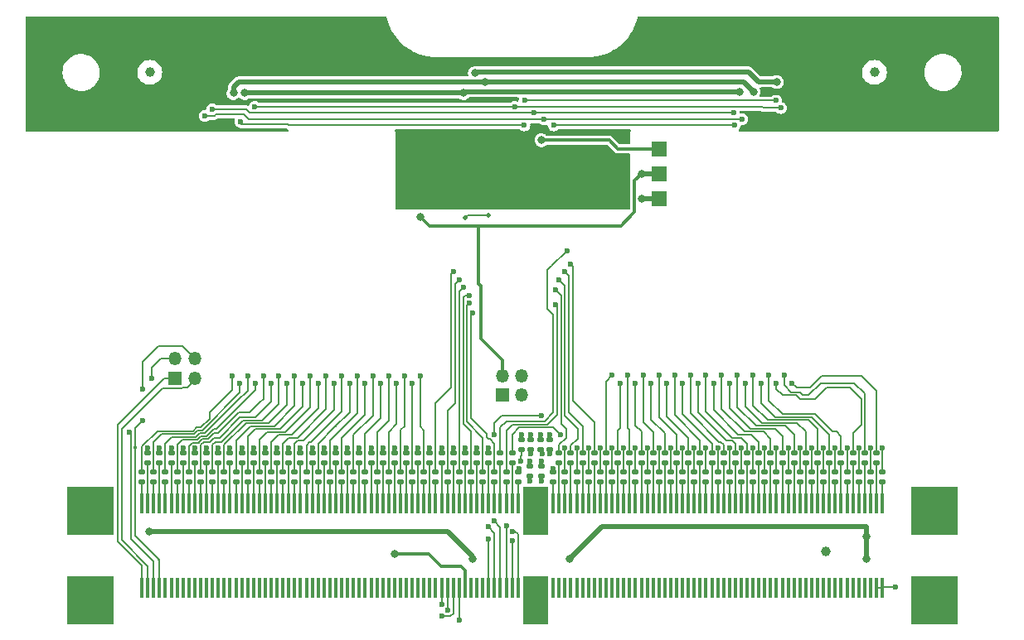
<source format=gbr>
G04 #@! TF.GenerationSoftware,KiCad,Pcbnew,6.0.9-8da3e8f707~117~ubuntu22.04.1*
G04 #@! TF.CreationDate,2023-03-03T14:59:22+01:00*
G04 #@! TF.ProjectId,ModulAdapterBasic,4d6f6475-6c41-4646-9170-746572426173,rev?*
G04 #@! TF.SameCoordinates,Original*
G04 #@! TF.FileFunction,Copper,L1,Top*
G04 #@! TF.FilePolarity,Positive*
%FSLAX46Y46*%
G04 Gerber Fmt 4.6, Leading zero omitted, Abs format (unit mm)*
G04 Created by KiCad (PCBNEW 6.0.9-8da3e8f707~117~ubuntu22.04.1) date 2023-03-03 14:59:22*
%MOMM*%
%LPD*%
G01*
G04 APERTURE LIST*
G04 Aperture macros list*
%AMRoundRect*
0 Rectangle with rounded corners*
0 $1 Rounding radius*
0 $2 $3 $4 $5 $6 $7 $8 $9 X,Y pos of 4 corners*
0 Add a 4 corners polygon primitive as box body*
4,1,4,$2,$3,$4,$5,$6,$7,$8,$9,$2,$3,0*
0 Add four circle primitives for the rounded corners*
1,1,$1+$1,$2,$3*
1,1,$1+$1,$4,$5*
1,1,$1+$1,$6,$7*
1,1,$1+$1,$8,$9*
0 Add four rect primitives between the rounded corners*
20,1,$1+$1,$2,$3,$4,$5,0*
20,1,$1+$1,$4,$5,$6,$7,0*
20,1,$1+$1,$6,$7,$8,$9,0*
20,1,$1+$1,$8,$9,$2,$3,0*%
G04 Aperture macros list end*
G04 #@! TA.AperFunction,SMDPad,CuDef*
%ADD10R,1.501140X1.501140*%
G04 #@! TD*
G04 #@! TA.AperFunction,SMDPad,CuDef*
%ADD11R,4.800000X5.000000*%
G04 #@! TD*
G04 #@! TA.AperFunction,SMDPad,CuDef*
%ADD12R,2.600000X5.000000*%
G04 #@! TD*
G04 #@! TA.AperFunction,SMDPad,CuDef*
%ADD13R,0.350000X2.000000*%
G04 #@! TD*
G04 #@! TA.AperFunction,SMDPad,CuDef*
%ADD14C,1.000000*%
G04 #@! TD*
G04 #@! TA.AperFunction,SMDPad,CuDef*
%ADD15RoundRect,0.135000X0.185000X-0.135000X0.185000X0.135000X-0.185000X0.135000X-0.185000X-0.135000X0*%
G04 #@! TD*
G04 #@! TA.AperFunction,SMDPad,CuDef*
%ADD16RoundRect,0.135000X-0.185000X0.135000X-0.185000X-0.135000X0.185000X-0.135000X0.185000X0.135000X0*%
G04 #@! TD*
G04 #@! TA.AperFunction,ComponentPad*
%ADD17R,1.350000X1.350000*%
G04 #@! TD*
G04 #@! TA.AperFunction,ComponentPad*
%ADD18O,1.350000X1.350000*%
G04 #@! TD*
G04 #@! TA.AperFunction,ViaPad*
%ADD19C,0.600000*%
G04 #@! TD*
G04 #@! TA.AperFunction,ViaPad*
%ADD20C,0.800000*%
G04 #@! TD*
G04 #@! TA.AperFunction,ViaPad*
%ADD21C,0.500000*%
G04 #@! TD*
G04 #@! TA.AperFunction,Conductor*
%ADD22C,0.200000*%
G04 #@! TD*
G04 #@! TA.AperFunction,Conductor*
%ADD23C,0.500000*%
G04 #@! TD*
G04 #@! TA.AperFunction,Conductor*
%ADD24C,0.150000*%
G04 #@! TD*
G04 #@! TA.AperFunction,Conductor*
%ADD25C,0.300000*%
G04 #@! TD*
G04 APERTURE END LIST*
D10*
X114986000Y-84360000D03*
X114986000Y-86900000D03*
D11*
X56900000Y-127990000D03*
D12*
X102400000Y-118810000D03*
D11*
X56900000Y-118810000D03*
X143100000Y-118810000D03*
D12*
X102400000Y-127990000D03*
D11*
X143100000Y-127990000D03*
D13*
X62200000Y-126750000D03*
X62800000Y-126750000D03*
X63400000Y-126750000D03*
X64000000Y-126750000D03*
X64600000Y-126750000D03*
X65200000Y-126750000D03*
X65800000Y-126750000D03*
X66400000Y-126750000D03*
X67000000Y-126750000D03*
X67600000Y-126750000D03*
X68200000Y-126750000D03*
X68800000Y-126750000D03*
X69400000Y-126750000D03*
X70000000Y-126750000D03*
X70600000Y-126750000D03*
X71200000Y-126750000D03*
X71800000Y-126750000D03*
X72400000Y-126750000D03*
X73000000Y-126750000D03*
X73600000Y-126750000D03*
X74200000Y-126750000D03*
X74800000Y-126750000D03*
X75400000Y-126750000D03*
X76000000Y-126750000D03*
X76600000Y-126750000D03*
X77200000Y-126750000D03*
X77800000Y-126750000D03*
X78400000Y-126750000D03*
X79000000Y-126750000D03*
X79600000Y-126750000D03*
X80200000Y-126750000D03*
X80800000Y-126750000D03*
X81400000Y-126750000D03*
X82000000Y-126750000D03*
X82600000Y-126750000D03*
X83200000Y-126750000D03*
X83800000Y-126750000D03*
X84400000Y-126750000D03*
X85000000Y-126750000D03*
X85600000Y-126750000D03*
X86200000Y-126750000D03*
X86800000Y-126750000D03*
X87400000Y-126750000D03*
X88000000Y-126750000D03*
X88600000Y-126750000D03*
X89200000Y-126750000D03*
X89800000Y-126750000D03*
X90400000Y-126750000D03*
X91000000Y-126750000D03*
X91600000Y-126750000D03*
X92200000Y-126750000D03*
X92800000Y-126750000D03*
X93400000Y-126750000D03*
X94000000Y-126750000D03*
X94600000Y-126750000D03*
X95200000Y-126750000D03*
X95800000Y-126750000D03*
X96400000Y-126750000D03*
X97000000Y-126750000D03*
X97600000Y-126750000D03*
X98200000Y-126750000D03*
X98800000Y-126750000D03*
X99400000Y-126750000D03*
X100000000Y-126750000D03*
X100600000Y-126750000D03*
X104200000Y-126750000D03*
X104800000Y-126750000D03*
X105400000Y-126750000D03*
X106000000Y-126750000D03*
X106600000Y-126750000D03*
X107200000Y-126750000D03*
X107800000Y-126750000D03*
X108400000Y-126750000D03*
X109000000Y-126750000D03*
X109600000Y-126750000D03*
X110200000Y-126750000D03*
X110800000Y-126750000D03*
X111400000Y-126750000D03*
X112000000Y-126750000D03*
X112600000Y-126750000D03*
X113200000Y-126750000D03*
X113800000Y-126750000D03*
X114400000Y-126750000D03*
X115000000Y-126750000D03*
X115600000Y-126750000D03*
X116200000Y-126750000D03*
X116800000Y-126750000D03*
X117400000Y-126750000D03*
X118000000Y-126750000D03*
X118600000Y-126750000D03*
X119200000Y-126750000D03*
X119800000Y-126750000D03*
X120400000Y-126750000D03*
X121000000Y-126750000D03*
X121600000Y-126750000D03*
X122200000Y-126750000D03*
X122800000Y-126750000D03*
X123400000Y-126750000D03*
X124000000Y-126750000D03*
X124600000Y-126750000D03*
X125200000Y-126750000D03*
X125800000Y-126750000D03*
X126400000Y-126750000D03*
X127000000Y-126750000D03*
X127600000Y-126750000D03*
X128200000Y-126750000D03*
X128800000Y-126750000D03*
X129400000Y-126750000D03*
X130000000Y-126750000D03*
X130600000Y-126750000D03*
X131200000Y-126750000D03*
X131800000Y-126750000D03*
X132400000Y-126750000D03*
X133000000Y-126750000D03*
X133600000Y-126750000D03*
X134200000Y-126750000D03*
X134800000Y-126750000D03*
X135400000Y-126750000D03*
X136000000Y-126750000D03*
X136600000Y-126750000D03*
X137200000Y-126750000D03*
X137800000Y-126750000D03*
X62200000Y-118050000D03*
X62800000Y-118050000D03*
X63400000Y-118050000D03*
X64000000Y-118050000D03*
X64600000Y-118050000D03*
X65200000Y-118050000D03*
X65800000Y-118050000D03*
X66400000Y-118050000D03*
X67000000Y-118050000D03*
X67600000Y-118050000D03*
X68200000Y-118050000D03*
X68800000Y-118050000D03*
X69400000Y-118050000D03*
X70000000Y-118050000D03*
X70600000Y-118050000D03*
X71200000Y-118050000D03*
X71800000Y-118050000D03*
X72400000Y-118050000D03*
X73000000Y-118050000D03*
X73600000Y-118050000D03*
X74200000Y-118050000D03*
X74800000Y-118050000D03*
X75400000Y-118050000D03*
X76000000Y-118050000D03*
X76600000Y-118050000D03*
X77200000Y-118050000D03*
X77800000Y-118050000D03*
X78400000Y-118050000D03*
X79000000Y-118050000D03*
X79600000Y-118050000D03*
X80200000Y-118050000D03*
X80800000Y-118050000D03*
X81400000Y-118050000D03*
X82000000Y-118050000D03*
X82600000Y-118050000D03*
X83200000Y-118050000D03*
X83800000Y-118050000D03*
X84400000Y-118050000D03*
X85000000Y-118050000D03*
X85600000Y-118050000D03*
X86200000Y-118050000D03*
X86800000Y-118050000D03*
X87400000Y-118050000D03*
X88000000Y-118050000D03*
X88600000Y-118050000D03*
X89200000Y-118050000D03*
X89800000Y-118050000D03*
X90400000Y-118050000D03*
X91000000Y-118050000D03*
X91600000Y-118050000D03*
X92200000Y-118050000D03*
X92800000Y-118050000D03*
X93400000Y-118050000D03*
X94000000Y-118050000D03*
X94600000Y-118050000D03*
X95200000Y-118050000D03*
X95800000Y-118050000D03*
X96400000Y-118050000D03*
X97000000Y-118050000D03*
X97600000Y-118050000D03*
X98200000Y-118050000D03*
X98800000Y-118050000D03*
X99400000Y-118050000D03*
X100000000Y-118050000D03*
X100600000Y-118050000D03*
X104200000Y-118050000D03*
X104800000Y-118050000D03*
X105400000Y-118050000D03*
X106000000Y-118050000D03*
X106600000Y-118050000D03*
X107200000Y-118050000D03*
X107800000Y-118050000D03*
X108400000Y-118050000D03*
X109000000Y-118050000D03*
X109600000Y-118050000D03*
X110200000Y-118050000D03*
X110800000Y-118050000D03*
X111400000Y-118050000D03*
X112000000Y-118050000D03*
X112600000Y-118050000D03*
X113200000Y-118050000D03*
X113800000Y-118050000D03*
X114400000Y-118050000D03*
X115000000Y-118050000D03*
X115600000Y-118050000D03*
X116200000Y-118050000D03*
X116800000Y-118050000D03*
X117400000Y-118050000D03*
X118000000Y-118050000D03*
X118600000Y-118050000D03*
X119200000Y-118050000D03*
X119800000Y-118050000D03*
X120400000Y-118050000D03*
X121000000Y-118050000D03*
X121600000Y-118050000D03*
X122200000Y-118050000D03*
X122800000Y-118050000D03*
X123400000Y-118050000D03*
X124000000Y-118050000D03*
X124600000Y-118050000D03*
X125200000Y-118050000D03*
X125800000Y-118050000D03*
X126400000Y-118050000D03*
X127000000Y-118050000D03*
X127600000Y-118050000D03*
X128200000Y-118050000D03*
X128800000Y-118050000D03*
X129400000Y-118050000D03*
X130000000Y-118050000D03*
X130600000Y-118050000D03*
X131200000Y-118050000D03*
X131800000Y-118050000D03*
X132400000Y-118050000D03*
X133000000Y-118050000D03*
X133600000Y-118050000D03*
X134200000Y-118050000D03*
X134800000Y-118050000D03*
X135400000Y-118050000D03*
X136000000Y-118050000D03*
X136600000Y-118050000D03*
X137200000Y-118050000D03*
X137800000Y-118050000D03*
D14*
X137000000Y-74000000D03*
X132000000Y-123000000D03*
X63000000Y-74000000D03*
D15*
X89200000Y-113960000D03*
X89200000Y-112940000D03*
X97000000Y-115910000D03*
X97000000Y-114890000D03*
X98800000Y-113960000D03*
X98800000Y-112940000D03*
X82000000Y-113960000D03*
X82000000Y-112940000D03*
X107800000Y-115910000D03*
X107800000Y-114890000D03*
X115600000Y-113960000D03*
X115600000Y-112940000D03*
X125200000Y-113960000D03*
X125200000Y-112940000D03*
X64000000Y-113960000D03*
X64000000Y-112940000D03*
X131200000Y-113960000D03*
X131200000Y-112940000D03*
X84400000Y-113960000D03*
X84400000Y-112940000D03*
X105400000Y-115910000D03*
X105400000Y-114890000D03*
X89800000Y-115910000D03*
X89800000Y-114890000D03*
X82600000Y-115910000D03*
X82600000Y-114890000D03*
X116800000Y-113960000D03*
X116800000Y-112940000D03*
X114400000Y-113960000D03*
X114400000Y-112940000D03*
X83200000Y-113960000D03*
X83200000Y-112940000D03*
X67000000Y-115910000D03*
X67000000Y-114890000D03*
X113200000Y-113960000D03*
X113200000Y-112940000D03*
X134800000Y-113960000D03*
X134800000Y-112940000D03*
X77200000Y-113960000D03*
X77200000Y-112940000D03*
X91000000Y-115910000D03*
X91000000Y-114890000D03*
X95800000Y-115910000D03*
X95800000Y-114890000D03*
X135400000Y-115910000D03*
X135400000Y-114890000D03*
X76600000Y-115910000D03*
X76600000Y-114890000D03*
X72400000Y-113960000D03*
X72400000Y-112940000D03*
X98200000Y-115910000D03*
X98200000Y-114890000D03*
X86800000Y-113960000D03*
X86800000Y-112940000D03*
X67600000Y-113960000D03*
X67600000Y-112940000D03*
X91600000Y-113960000D03*
X91600000Y-112940000D03*
X121600000Y-113960000D03*
X121600000Y-112940000D03*
X126400000Y-113960000D03*
X126400000Y-112940000D03*
X66400000Y-113960000D03*
X66400000Y-112940000D03*
X71200000Y-113960000D03*
X71200000Y-112940000D03*
X99400000Y-115910000D03*
X99400000Y-114890000D03*
X112600000Y-115910000D03*
X112600000Y-114890000D03*
X134200000Y-115910000D03*
X134200000Y-114890000D03*
X76000000Y-113960000D03*
X76000000Y-112940000D03*
X113800000Y-115910000D03*
X113800000Y-114890000D03*
X94000000Y-113960000D03*
X94000000Y-112940000D03*
X125800000Y-115910000D03*
X125800000Y-114890000D03*
X87400000Y-115910000D03*
X87400000Y-114890000D03*
X117400000Y-115910000D03*
X117400000Y-114890000D03*
X132400000Y-113960000D03*
X132400000Y-112940000D03*
X70600000Y-115910000D03*
X70600000Y-114890000D03*
X122200000Y-115910000D03*
X122200000Y-114890000D03*
X81400000Y-115910000D03*
X81400000Y-114890000D03*
X74200000Y-115910000D03*
X74200000Y-114890000D03*
X94600000Y-115910000D03*
X94600000Y-114890000D03*
X127000000Y-115910000D03*
X127000000Y-114890000D03*
X77800000Y-115910000D03*
X77800000Y-114890000D03*
X97600000Y-113960000D03*
X97600000Y-112940000D03*
D16*
X103825000Y-111525000D03*
X103825000Y-112545000D03*
D15*
X130600000Y-115910000D03*
X130600000Y-114890000D03*
X73000000Y-115910000D03*
X73000000Y-114890000D03*
X95200000Y-113960000D03*
X95200000Y-112940000D03*
X79600000Y-113960000D03*
X79600000Y-112940000D03*
X85000000Y-115910000D03*
X85000000Y-114890000D03*
X62800000Y-113960000D03*
X62800000Y-112940000D03*
D10*
X115000000Y-81820000D03*
D15*
X69400000Y-115910000D03*
X69400000Y-114890000D03*
X124000000Y-113960000D03*
X124000000Y-112940000D03*
X63400000Y-115910000D03*
X63400000Y-114890000D03*
X74800000Y-113960000D03*
X74800000Y-112940000D03*
X73600000Y-113960000D03*
X73600000Y-112940000D03*
X136600000Y-115910000D03*
X136600000Y-114890000D03*
X106000000Y-113960000D03*
X106000000Y-112940000D03*
X80800000Y-113960000D03*
X80800000Y-112940000D03*
X118000000Y-113960000D03*
X118000000Y-112940000D03*
X128200000Y-115910000D03*
X128200000Y-114890000D03*
X71800000Y-115910000D03*
X71800000Y-114890000D03*
X118600000Y-115910000D03*
X118600000Y-114890000D03*
X120400000Y-113960000D03*
X120400000Y-112940000D03*
X75400000Y-115910000D03*
X75400000Y-114890000D03*
D16*
X103000000Y-114290000D03*
X103000000Y-115310000D03*
D15*
X92200000Y-115910000D03*
X92200000Y-114890000D03*
X65800000Y-115910000D03*
X65800000Y-114890000D03*
X88000000Y-113960000D03*
X88000000Y-112940000D03*
X85600000Y-113960000D03*
X85600000Y-112940000D03*
X119200000Y-113960000D03*
X119200000Y-112940000D03*
X127600000Y-113960000D03*
X127600000Y-112940000D03*
X90400000Y-113960000D03*
X90400000Y-112940000D03*
D16*
X101800000Y-114290000D03*
X101800000Y-115310000D03*
D15*
X86200000Y-115910000D03*
X86200000Y-114890000D03*
X110200000Y-115910000D03*
X110200000Y-114890000D03*
X100000000Y-113960000D03*
X100000000Y-112940000D03*
X106600000Y-115910000D03*
X106600000Y-114890000D03*
X108400000Y-113960000D03*
X108400000Y-112940000D03*
X96400000Y-113960000D03*
X96400000Y-112940000D03*
X64600000Y-115910000D03*
X64600000Y-114890000D03*
X115000000Y-115910000D03*
X115000000Y-114890000D03*
X136000000Y-113960000D03*
X136000000Y-112940000D03*
X79000000Y-115910000D03*
X79000000Y-114890000D03*
X110800000Y-113960000D03*
X110800000Y-112940000D03*
X109600000Y-113960000D03*
X109600000Y-112940000D03*
X88600000Y-115910000D03*
X88600000Y-114890000D03*
X131800000Y-115910000D03*
X131800000Y-114890000D03*
X100600000Y-115910000D03*
X100600000Y-114890000D03*
X70000000Y-113960000D03*
X70000000Y-112940000D03*
X137200000Y-113960000D03*
X137200000Y-112940000D03*
X122800000Y-113960000D03*
X122800000Y-112940000D03*
X68800000Y-113960000D03*
X68800000Y-112940000D03*
X111400000Y-115910000D03*
X111400000Y-114890000D03*
X80200000Y-115910000D03*
X80200000Y-114890000D03*
D16*
X101925000Y-111525000D03*
X101925000Y-112545000D03*
D15*
X68200000Y-115910000D03*
X68200000Y-114890000D03*
X128800000Y-113960000D03*
X128800000Y-112940000D03*
X137800000Y-115910000D03*
X137800000Y-114890000D03*
X121000000Y-115910000D03*
X121000000Y-114890000D03*
X116200000Y-115910000D03*
X116200000Y-114890000D03*
X104200000Y-115910000D03*
X104200000Y-114890000D03*
X119800000Y-115910000D03*
X119800000Y-114890000D03*
X93400000Y-115910000D03*
X93400000Y-114890000D03*
X109000000Y-115910000D03*
X109000000Y-114890000D03*
X107200000Y-113960000D03*
X107200000Y-112940000D03*
X130000000Y-113960000D03*
X130000000Y-112940000D03*
X129400000Y-115910000D03*
X129400000Y-114890000D03*
X104800000Y-113960000D03*
X104800000Y-112940000D03*
X78400000Y-113960000D03*
X78400000Y-112940000D03*
D16*
X102875000Y-111525000D03*
X102875000Y-112545000D03*
D15*
X133600000Y-113960000D03*
X133600000Y-112940000D03*
X92800000Y-113960000D03*
X92800000Y-112940000D03*
X83800000Y-115910000D03*
X83800000Y-114890000D03*
D16*
X100975000Y-111525000D03*
X100975000Y-112545000D03*
D15*
X123400000Y-115910000D03*
X123400000Y-114890000D03*
X112000000Y-113960000D03*
X112000000Y-112940000D03*
X62200000Y-115910000D03*
X62200000Y-114890000D03*
X133000000Y-115910000D03*
X133000000Y-114890000D03*
X65200000Y-113960000D03*
X65200000Y-112940000D03*
X124600000Y-115910000D03*
X124600000Y-114890000D03*
D17*
X99000000Y-107000000D03*
D18*
X101000000Y-107000000D03*
X99000000Y-105000000D03*
X101000000Y-105000000D03*
D17*
X65600000Y-105300000D03*
D18*
X67600000Y-105300000D03*
X65600000Y-103300000D03*
X67600000Y-103300000D03*
D19*
X139116000Y-126670000D03*
D20*
X124638000Y-75997000D03*
X97206000Y-74981000D03*
X71552000Y-76124000D03*
X95047000Y-76124000D03*
X72695000Y-76124000D03*
X123241000Y-75997000D03*
D19*
X97600000Y-121700000D03*
X101800000Y-115800000D03*
X100900000Y-113750000D03*
X97569122Y-120469122D03*
X101925000Y-113025000D03*
X98169122Y-119869122D03*
X99400000Y-120350000D03*
X103000000Y-115800000D03*
D20*
X136195000Y-121463000D03*
X96190000Y-74092000D03*
X105842000Y-123749000D03*
X136195000Y-123749000D03*
X62916000Y-120955000D03*
X95936000Y-123750000D03*
X127051000Y-74981000D03*
D19*
X126924000Y-76886000D03*
X101270000Y-76886000D03*
X72250500Y-79045000D03*
X101250000Y-79426000D03*
X100254000Y-77521000D03*
X73711000Y-77521000D03*
X127432000Y-77648000D03*
X103820000Y-113000000D03*
X100000000Y-121850000D03*
X103046642Y-112986601D03*
X100000000Y-120950000D03*
X94600000Y-130000000D03*
D20*
X93700000Y-87600000D03*
X88570000Y-83236000D03*
X93142000Y-83220000D03*
X65100000Y-79100000D03*
X57201000Y-79045000D03*
X100762000Y-86792000D03*
X140640000Y-70853500D03*
X88000000Y-123250000D03*
X113208000Y-86900000D03*
X111176000Y-83220000D03*
D21*
X111200000Y-80200000D03*
D19*
X122733000Y-79426000D03*
X104250000Y-79426000D03*
X103250000Y-78791000D03*
X123495000Y-78791000D03*
X68618300Y-78448100D03*
X69380300Y-77762300D03*
X102250000Y-78156000D03*
X122606000Y-78156000D03*
X93400000Y-129000000D03*
X92800000Y-129600000D03*
D21*
X95200000Y-88900000D03*
X97600000Y-88600000D03*
D19*
X92800000Y-128400000D03*
D20*
X90665500Y-88760500D03*
X113208000Y-84360000D03*
D19*
X101800000Y-113775000D03*
X100975000Y-111050000D03*
X101925000Y-111050000D03*
X71400000Y-105000000D03*
X62800000Y-112400000D03*
X72200000Y-105800000D03*
X64000000Y-112400000D03*
X73000000Y-105000000D03*
X65200000Y-112400000D03*
X73800000Y-105800000D03*
X66400000Y-112400000D03*
X74600000Y-105000000D03*
X67600000Y-112400000D03*
X75400000Y-105800000D03*
D20*
X103000000Y-80934000D03*
D19*
X68800000Y-112400000D03*
X76200000Y-105000000D03*
X70000000Y-112400000D03*
X77000000Y-105800000D03*
X71200000Y-112400000D03*
X77800000Y-105000000D03*
X60900000Y-110800000D03*
X63200000Y-105300000D03*
X72400000Y-112400000D03*
X78600000Y-105800000D03*
X73600000Y-112400000D03*
X103000000Y-113775000D03*
X103825000Y-111050000D03*
X102875000Y-111050000D03*
X79400000Y-105000000D03*
X74800000Y-112400000D03*
X80200000Y-105800000D03*
X76000000Y-112400000D03*
X81000000Y-105000000D03*
X77200000Y-112400000D03*
X81800000Y-105800000D03*
X78400000Y-112400000D03*
X82600000Y-105000000D03*
X79600000Y-112400000D03*
X83400000Y-105800000D03*
X80800000Y-112400000D03*
X84200000Y-105000000D03*
X82000000Y-112400000D03*
X85000000Y-105800000D03*
X83200000Y-112400000D03*
X85800000Y-105000000D03*
X84400000Y-112400000D03*
X86600000Y-105800000D03*
X85600000Y-112400000D03*
X87400000Y-105000000D03*
X86800000Y-112400000D03*
X88200000Y-105800000D03*
X88000000Y-112400000D03*
X89000000Y-105000000D03*
X89200000Y-112400000D03*
X89800000Y-105800000D03*
X90400000Y-112400000D03*
X90600000Y-105000000D03*
X91600000Y-112400000D03*
X94000000Y-94400000D03*
X92800000Y-112400000D03*
X94600000Y-95200000D03*
X94000000Y-112400000D03*
X95000000Y-96000000D03*
X95200000Y-112400000D03*
X95600000Y-96800000D03*
X96400000Y-112400000D03*
X95600000Y-97600000D03*
X97600000Y-112400000D03*
X96000000Y-98600000D03*
X105588000Y-92253000D03*
X104400000Y-97800000D03*
X104950000Y-111050000D03*
X103000000Y-109100000D03*
X100675500Y-114500000D03*
X98200000Y-111050000D03*
X104210930Y-114540827D03*
X104400000Y-96200000D03*
X105400000Y-112393398D03*
X104800000Y-95200000D03*
X106600000Y-112393399D03*
X105400000Y-94400000D03*
X107800000Y-112393398D03*
X106000000Y-93600000D03*
X109000000Y-112393398D03*
X110200000Y-104990248D03*
X110200000Y-112393398D03*
X111000000Y-105790248D03*
X111400000Y-112393399D03*
X111800000Y-104990248D03*
X112600000Y-112393398D03*
X112600000Y-105790248D03*
X113800000Y-112393399D03*
X113400000Y-104990248D03*
X115000000Y-112393398D03*
X114200000Y-105790248D03*
X116200000Y-112393398D03*
X115000000Y-104990248D03*
X117400000Y-112393398D03*
X115800000Y-105790248D03*
X118600000Y-112393398D03*
X116600000Y-104990248D03*
X119800000Y-112393398D03*
X117400000Y-105790248D03*
X121000000Y-112393398D03*
X118200000Y-104990248D03*
X122200000Y-112393398D03*
X119000000Y-105790248D03*
X123400000Y-112393398D03*
X119800000Y-104990248D03*
X124600000Y-112393399D03*
X120600000Y-105790248D03*
X125800000Y-112393399D03*
X121400000Y-104990248D03*
X127000000Y-112393399D03*
X122200000Y-105790248D03*
X128200000Y-112393398D03*
X123000000Y-104990248D03*
X129400000Y-112393398D03*
X123800000Y-105790248D03*
X130600000Y-112393399D03*
X124600000Y-104990248D03*
X131800000Y-112393399D03*
X125400000Y-105790248D03*
X133000000Y-112393398D03*
X126200000Y-104990248D03*
X134200000Y-112393398D03*
X127000000Y-105790248D03*
X135400000Y-112393398D03*
X127800000Y-104990248D03*
X136600000Y-112393398D03*
X128600000Y-105790248D03*
X137803314Y-112396766D03*
X62300000Y-106400000D03*
X62300000Y-109600000D03*
D22*
X139116000Y-126670000D02*
X137880000Y-126670000D01*
X137800000Y-126750000D02*
X137200000Y-126750000D01*
X137880000Y-126670000D02*
X137800000Y-126750000D01*
D23*
X71552000Y-76124000D02*
X71552000Y-75489000D01*
X124638000Y-75997000D02*
X123622000Y-74981000D01*
X97206000Y-74981000D02*
X123622000Y-74981000D01*
X71552000Y-75489000D02*
X72060000Y-74981000D01*
X72060000Y-74981000D02*
X72695000Y-74981000D01*
X97206000Y-74981000D02*
X72695000Y-74981000D01*
X74473000Y-76124000D02*
X72949000Y-76124000D01*
X95047000Y-76124000D02*
X74473000Y-76124000D01*
X95047000Y-75997000D02*
X121463000Y-75997000D01*
X121463000Y-75997000D02*
X123368000Y-75997000D01*
D24*
X62200000Y-115910000D02*
X62200000Y-118050000D01*
X62800000Y-113960000D02*
X62800000Y-118050000D01*
X63400000Y-115910000D02*
X63400000Y-118050000D01*
X64000000Y-113960000D02*
X64000000Y-118050000D01*
X64600000Y-115910000D02*
X64600000Y-118050000D01*
X65200000Y-113960000D02*
X65200000Y-118050000D01*
X65800000Y-115910000D02*
X65800000Y-118050000D01*
X66400000Y-113960000D02*
X66400000Y-118050000D01*
X67000000Y-115910000D02*
X67000000Y-118050000D01*
X67600000Y-113960000D02*
X67600000Y-118050000D01*
X68200000Y-115910000D02*
X68200000Y-118050000D01*
X68800000Y-113960000D02*
X68800000Y-118050000D01*
X69400000Y-115910000D02*
X69400000Y-118050000D01*
X70000000Y-113960000D02*
X70000000Y-118050000D01*
X70600000Y-115910000D02*
X70600000Y-118050000D01*
X71200000Y-113960000D02*
X71200000Y-118050000D01*
X71800000Y-115910000D02*
X71800000Y-118050000D01*
X72400000Y-113960000D02*
X72400000Y-118050000D01*
X73000000Y-115910000D02*
X73000000Y-118050000D01*
X73600000Y-113960000D02*
X73600000Y-118050000D01*
X74200000Y-115910000D02*
X74200000Y-118050000D01*
X74800000Y-113960000D02*
X74800000Y-118050000D01*
X75400000Y-115910000D02*
X75400000Y-118050000D01*
X76000000Y-113960000D02*
X76000000Y-118050000D01*
X76600000Y-115910000D02*
X76600000Y-118050000D01*
X77200000Y-113960000D02*
X77200000Y-118050000D01*
X77800000Y-115910000D02*
X77800000Y-118050000D01*
X78400000Y-113960000D02*
X78400000Y-118050000D01*
X79000000Y-115910000D02*
X79000000Y-118050000D01*
X79600000Y-113960000D02*
X79600000Y-118050000D01*
X80200000Y-115910000D02*
X80200000Y-118050000D01*
X80800000Y-113960000D02*
X80800000Y-118050000D01*
X81400000Y-115910000D02*
X81400000Y-118050000D01*
X82000000Y-113960000D02*
X82000000Y-118050000D01*
X82600000Y-115910000D02*
X82600000Y-118050000D01*
X83200000Y-113960000D02*
X83200000Y-118050000D01*
X83800000Y-115910000D02*
X83800000Y-118050000D01*
X84400000Y-113960000D02*
X84400000Y-118050000D01*
X85000000Y-115910000D02*
X85000000Y-118050000D01*
X85600000Y-113960000D02*
X85600000Y-118050000D01*
X86200000Y-115910000D02*
X86200000Y-118050000D01*
X86800000Y-113960000D02*
X86800000Y-118050000D01*
X87400000Y-115910000D02*
X87400000Y-118050000D01*
X88000000Y-113960000D02*
X88000000Y-118050000D01*
X88600000Y-115910000D02*
X88600000Y-118050000D01*
X89200000Y-113960000D02*
X89200000Y-118050000D01*
X89800000Y-115910000D02*
X89800000Y-118050000D01*
X90400000Y-113960000D02*
X90400000Y-118050000D01*
X91000000Y-115910000D02*
X91000000Y-118050000D01*
X91600000Y-113960000D02*
X91600000Y-118050000D01*
X92200000Y-115910000D02*
X92200000Y-118050000D01*
X92800000Y-113960000D02*
X92800000Y-118050000D01*
X93400000Y-115910000D02*
X93400000Y-118050000D01*
X94000000Y-113960000D02*
X94000000Y-118050000D01*
X94600000Y-115910000D02*
X94600000Y-118050000D01*
X95200000Y-113960000D02*
X95200000Y-118050000D01*
X96400000Y-113960000D02*
X96400000Y-118050000D01*
X100000000Y-113960000D02*
X100000000Y-118050000D01*
X104200000Y-115910000D02*
X104200000Y-118050000D01*
X105400000Y-115910000D02*
X105400000Y-118050000D01*
X106600000Y-115910000D02*
X106600000Y-118050000D01*
X107200000Y-113960000D02*
X107200000Y-118050000D01*
X107800000Y-115910000D02*
X107800000Y-118050000D01*
X108400000Y-113960000D02*
X108400000Y-118050000D01*
X109000000Y-115910000D02*
X109000000Y-118050000D01*
X109600000Y-113960000D02*
X109600000Y-118050000D01*
X110200000Y-115910000D02*
X110200000Y-118050000D01*
X110800000Y-113960000D02*
X110800000Y-118050000D01*
X111400000Y-115910000D02*
X111400000Y-118050000D01*
X112000000Y-113960000D02*
X112000000Y-118050000D01*
X112600000Y-115910000D02*
X112600000Y-118050000D01*
X113200000Y-113960000D02*
X113200000Y-118050000D01*
X113800000Y-115910000D02*
X113800000Y-118050000D01*
X114400000Y-113960000D02*
X114400000Y-118050000D01*
X115000000Y-115910000D02*
X115000000Y-118050000D01*
X115600000Y-113960000D02*
X115600000Y-118050000D01*
X116200000Y-115910000D02*
X116200000Y-118050000D01*
X116800000Y-113960000D02*
X116800000Y-118050000D01*
X117400000Y-115910000D02*
X117400000Y-118050000D01*
X118000000Y-113960000D02*
X118000000Y-118050000D01*
X118600000Y-115910000D02*
X118600000Y-118050000D01*
X119200000Y-113960000D02*
X119200000Y-118050000D01*
X119800000Y-115910000D02*
X119800000Y-118050000D01*
X120400000Y-113960000D02*
X120400000Y-118050000D01*
X121000000Y-115910000D02*
X121000000Y-118050000D01*
X121600000Y-113960000D02*
X121600000Y-118050000D01*
X122200000Y-115910000D02*
X122200000Y-118050000D01*
X122800000Y-113960000D02*
X122800000Y-118050000D01*
X123400000Y-115910000D02*
X123400000Y-118050000D01*
X124000000Y-113960000D02*
X124000000Y-118050000D01*
X124600000Y-115910000D02*
X124600000Y-118050000D01*
X125200000Y-113960000D02*
X125200000Y-118050000D01*
X125800000Y-115910000D02*
X125800000Y-118050000D01*
X126400000Y-113960000D02*
X126400000Y-118050000D01*
X127000000Y-115910000D02*
X127000000Y-118050000D01*
X127600000Y-113960000D02*
X127600000Y-118050000D01*
X128200000Y-115910000D02*
X128200000Y-118050000D01*
X128800000Y-113960000D02*
X128800000Y-118050000D01*
X129400000Y-115910000D02*
X129400000Y-118050000D01*
X130000000Y-113960000D02*
X130000000Y-118050000D01*
X130600000Y-115910000D02*
X130600000Y-118050000D01*
X131200000Y-113960000D02*
X131200000Y-118050000D01*
X131800000Y-115910000D02*
X131800000Y-118050000D01*
X132400000Y-113960000D02*
X132400000Y-118050000D01*
X133000000Y-115910000D02*
X133000000Y-118050000D01*
X133600000Y-113960000D02*
X133600000Y-118050000D01*
X134200000Y-115910000D02*
X134200000Y-118050000D01*
X134800000Y-113960000D02*
X134800000Y-118050000D01*
X135400000Y-115910000D02*
X135400000Y-118050000D01*
X136000000Y-113960000D02*
X136000000Y-118050000D01*
X136600000Y-115910000D02*
X136600000Y-118050000D01*
X137200000Y-113960000D02*
X137200000Y-118050000D01*
X137800000Y-115910000D02*
X137800000Y-118050000D01*
X95800000Y-115910000D02*
X95800000Y-118050000D01*
X97000000Y-115910000D02*
X97000000Y-118050000D01*
X97600000Y-113960000D02*
X97600000Y-118050000D01*
X98200000Y-115910000D02*
X98200000Y-118050000D01*
X98800000Y-113960000D02*
X98800000Y-118050000D01*
X99400000Y-115910000D02*
X99400000Y-118050000D01*
X100600000Y-115910000D02*
X100600000Y-118050000D01*
X104800000Y-113960000D02*
X104800000Y-118050000D01*
X106000000Y-113960000D02*
X106000000Y-118050000D01*
X97600000Y-126750000D02*
X97600000Y-121690000D01*
X100860000Y-113250000D02*
X100975000Y-113135000D01*
X98200000Y-121100000D02*
X97569122Y-120469122D01*
X98200000Y-126750000D02*
X98200000Y-121100000D01*
X100900000Y-113750000D02*
X100860000Y-113710000D01*
X100975000Y-113135000D02*
X100975000Y-112545000D01*
X100860000Y-113710000D02*
X100860000Y-113250000D01*
X98800000Y-126750000D02*
X98800000Y-120500000D01*
X98800000Y-120500000D02*
X98169122Y-119869122D01*
X99400000Y-126750000D02*
X99400000Y-120350000D01*
D23*
X136195000Y-121463000D02*
X136195000Y-120447000D01*
X96317000Y-73965000D02*
X124130000Y-73965000D01*
X62916000Y-120955000D02*
X63678000Y-120955000D01*
X96190000Y-74092000D02*
X96317000Y-73965000D01*
X109144000Y-120447000D02*
X105842000Y-123749000D01*
X124130000Y-73965000D02*
X125146000Y-74981000D01*
X125146000Y-74981000D02*
X127051000Y-74981000D01*
X136195000Y-120447000D02*
X109144000Y-120447000D01*
X136195000Y-121463000D02*
X136195000Y-123749000D01*
X93396000Y-120955000D02*
X63678000Y-120955000D01*
X95936000Y-123495000D02*
X93396000Y-120955000D01*
X95936000Y-123750000D02*
X95936000Y-123495000D01*
D22*
X101250000Y-79426000D02*
X77203500Y-79426000D01*
X73838000Y-79299000D02*
X77076500Y-79299000D01*
X72377500Y-79299000D02*
X73139500Y-79299000D01*
X77076500Y-79299000D02*
X77203500Y-79426000D01*
X72504500Y-79299000D02*
X72250500Y-79045000D01*
X73139500Y-79299000D02*
X73838000Y-79299000D01*
X73139500Y-79299000D02*
X72504500Y-79299000D01*
X124257000Y-76886000D02*
X126797000Y-76886000D01*
X101270000Y-76886000D02*
X124257000Y-76886000D01*
X125654000Y-77648000D02*
X125527000Y-77521000D01*
X125527000Y-77521000D02*
X106985000Y-77521000D01*
X127432000Y-77648000D02*
X125654000Y-77648000D01*
X100254000Y-77521000D02*
X75235000Y-77521000D01*
X75235000Y-77521000D02*
X73711000Y-77521000D01*
X106985000Y-77521000D02*
X100254000Y-77521000D01*
D24*
X103825000Y-112545000D02*
X103825000Y-112995000D01*
X100000000Y-126750000D02*
X100000000Y-121700000D01*
X103825000Y-112995000D02*
X103820000Y-113000000D01*
X100600000Y-126750000D02*
X100600000Y-122300000D01*
X102875000Y-112545000D02*
X102875000Y-112814959D01*
X100300000Y-120950000D02*
X100600000Y-121250000D01*
X100600000Y-121250000D02*
X100600000Y-122300000D01*
X102875000Y-112814959D02*
X103046642Y-112986601D01*
X100000000Y-120950000D02*
X100300000Y-120950000D01*
D22*
X94600000Y-130000000D02*
X94600000Y-129000000D01*
X94600000Y-129000000D02*
X94600000Y-126750000D01*
D25*
X95200000Y-126750000D02*
X95200000Y-124950000D01*
X95200000Y-124950000D02*
X94750000Y-124500000D01*
X94750000Y-124500000D02*
X92750000Y-124500000D01*
X92750000Y-124500000D02*
X91500000Y-123250000D01*
X91500000Y-123250000D02*
X88000000Y-123250000D01*
X91500000Y-123250000D02*
X88000000Y-123250000D01*
X95200000Y-124950000D02*
X94750000Y-124500000D01*
X94750000Y-124500000D02*
X92750000Y-124500000D01*
D23*
X114986000Y-86900000D02*
X113208000Y-86900000D01*
D25*
X92750000Y-124500000D02*
X91500000Y-123250000D01*
X95200000Y-126750000D02*
X95200000Y-124950000D01*
D22*
X106223000Y-79426000D02*
X104250000Y-79426000D01*
X106223000Y-79426000D02*
X122733000Y-79426000D01*
X69608900Y-78448100D02*
X69647000Y-78410000D01*
X68618300Y-78448100D02*
X69608900Y-78448100D01*
X73139500Y-78791000D02*
X72631500Y-78283000D01*
X69774000Y-78283000D02*
X69647000Y-78410000D01*
X103250000Y-78791000D02*
X73139500Y-78791000D01*
X72631500Y-78283000D02*
X69774000Y-78283000D01*
X106858000Y-78791000D02*
X123495000Y-78791000D01*
X106858000Y-78791000D02*
X103250000Y-78791000D01*
X106096000Y-78156000D02*
X122606000Y-78156000D01*
X102250000Y-78156000D02*
X73203000Y-78156000D01*
X106096000Y-78156000D02*
X102250000Y-78156000D01*
X73203000Y-78156000D02*
X72822000Y-77775000D01*
X72822000Y-77775000D02*
X69367600Y-77775000D01*
X93400000Y-129000000D02*
X93400000Y-126750000D01*
X94000000Y-129300000D02*
X94000000Y-126750000D01*
X93700000Y-129600000D02*
X94000000Y-129300000D01*
X93700000Y-129600000D02*
X92800000Y-129600000D01*
X95500000Y-88600000D02*
X97600000Y-88600000D01*
X95200000Y-88900000D02*
X95500000Y-88600000D01*
X92800000Y-128400000D02*
X92800000Y-126750000D01*
D25*
X96602000Y-95602000D02*
X96800000Y-95800000D01*
X112500000Y-85068000D02*
X113208000Y-84360000D01*
X112350000Y-88450000D02*
X111100000Y-89700000D01*
X96602000Y-91698000D02*
X96602000Y-95602000D01*
X109800000Y-89700000D02*
X110200000Y-89700000D01*
X90665500Y-88760500D02*
X90665500Y-88765500D01*
X91600000Y-89700000D02*
X96600000Y-89700000D01*
D23*
X114986000Y-84360000D02*
X113208000Y-84360000D01*
D25*
X96602000Y-91444000D02*
X96602000Y-91698000D01*
X112500000Y-88300000D02*
X112500000Y-85068000D01*
X111900000Y-88900000D02*
X112350000Y-88450000D01*
X111100000Y-89700000D02*
X109800000Y-89700000D01*
X99000000Y-103400000D02*
X99000000Y-105000000D01*
X96800000Y-101200000D02*
X99000000Y-103400000D01*
X96602000Y-91444000D02*
X96602000Y-91252000D01*
X96602000Y-91002000D02*
X96602000Y-89702000D01*
X96600000Y-89700000D02*
X109800000Y-89700000D01*
X96602000Y-89702000D02*
X96600000Y-89700000D01*
X96602000Y-91698000D02*
X96602000Y-91002000D01*
X90665500Y-88765500D02*
X91600000Y-89700000D01*
X112350000Y-88450000D02*
X112500000Y-88300000D01*
X96800000Y-95800000D02*
X96800000Y-101200000D01*
D24*
X62200000Y-114890000D02*
X62200000Y-112257537D01*
X71400000Y-106500000D02*
X71400000Y-105000000D01*
X68225736Y-110300000D02*
X69100000Y-109425736D01*
X67775736Y-110300000D02*
X68225736Y-110300000D01*
X63782536Y-110675000D02*
X67400736Y-110675000D01*
X67400736Y-110675000D02*
X67775736Y-110300000D01*
X69100000Y-108800000D02*
X71400000Y-106500000D01*
X62200000Y-112257537D02*
X63782536Y-110675000D01*
X69100000Y-109425736D02*
X69100000Y-108800000D01*
X62800000Y-112430080D02*
X62796686Y-112426766D01*
X67900000Y-110600000D02*
X68350000Y-110600000D01*
X64225000Y-110975000D02*
X67525000Y-110975000D01*
X68350000Y-110600000D02*
X72200000Y-106750000D01*
X63400000Y-114890000D02*
X63400000Y-111800000D01*
X67525000Y-110975000D02*
X67900000Y-110600000D01*
X63400000Y-111800000D02*
X64225000Y-110975000D01*
X72200000Y-106750000D02*
X72200000Y-105800000D01*
X64600000Y-114890000D02*
X64600000Y-111950000D01*
X65275000Y-111275000D02*
X67700736Y-111275000D01*
X71950000Y-107600000D02*
X72100000Y-107450000D01*
X68650000Y-110900000D02*
X71950000Y-107600000D01*
X68075736Y-110900000D02*
X68650000Y-110900000D01*
X73000000Y-106550000D02*
X73000000Y-105000000D01*
X64600000Y-111950000D02*
X65275000Y-111275000D01*
X71950000Y-107600000D02*
X73000000Y-106550000D01*
X67700736Y-111275000D02*
X68075736Y-110900000D01*
X68200000Y-111200000D02*
X68800000Y-111200000D01*
X69550000Y-110450000D02*
X69850000Y-110450000D01*
X67825000Y-111575000D02*
X68200000Y-111200000D01*
X65800000Y-114890000D02*
X65800000Y-112100000D01*
X73800000Y-106500000D02*
X73800000Y-105800000D01*
X66325000Y-111575000D02*
X67825000Y-111575000D01*
X68800000Y-111200000D02*
X69550000Y-110450000D01*
X69850000Y-110450000D02*
X73800000Y-106500000D01*
X65800000Y-112100000D02*
X66325000Y-111575000D01*
X67000000Y-112250000D02*
X67375000Y-111875000D01*
X67000000Y-114890000D02*
X67000000Y-112250000D01*
X69550000Y-110900000D02*
X70000000Y-110900000D01*
X74215000Y-107765000D02*
X74400000Y-107580000D01*
X68350000Y-111500000D02*
X68950000Y-111500000D01*
X74600000Y-107380000D02*
X74600000Y-105000000D01*
X72100000Y-108800000D02*
X73180000Y-108800000D01*
X68000736Y-111849264D02*
X68350000Y-111500000D01*
X68000736Y-111875000D02*
X68000736Y-111849264D01*
X74215000Y-107765000D02*
X74600000Y-107380000D01*
X70000000Y-110900000D02*
X72100000Y-108800000D01*
X67375000Y-111875000D02*
X68000736Y-111875000D01*
X73180000Y-108800000D02*
X74215000Y-107765000D01*
X68950000Y-111500000D02*
X69550000Y-110900000D01*
X69550000Y-111350000D02*
X70150000Y-111350000D01*
X70150000Y-111350000D02*
X72220000Y-109280000D01*
X68200000Y-112100000D02*
X68500000Y-111800000D01*
X68200000Y-114890000D02*
X68200000Y-112100000D01*
X68500000Y-111800000D02*
X69100000Y-111800000D01*
X69100000Y-111800000D02*
X69550000Y-111350000D01*
X75400000Y-107630000D02*
X75400000Y-105800000D01*
X72220000Y-109280000D02*
X73750000Y-109280000D01*
X73750000Y-109280000D02*
X75400000Y-107630000D01*
D25*
X110792000Y-81820000D02*
X115000000Y-81820000D01*
X103000000Y-80934000D02*
X109906000Y-80934000D01*
X109906000Y-80934000D02*
X110792000Y-81820000D01*
D24*
X76200000Y-107880000D02*
X76200000Y-105000000D01*
X69400000Y-114890000D02*
X69400000Y-112100000D01*
X69400000Y-112100000D02*
X69700000Y-111800000D01*
X69700000Y-111800000D02*
X70300000Y-111800000D01*
X70300000Y-111800000D02*
X72520000Y-109580000D01*
X72520000Y-109580000D02*
X74500000Y-109580000D01*
X74500000Y-109580000D02*
X76200000Y-107880000D01*
X75100000Y-109880000D02*
X77000000Y-107980000D01*
X70600000Y-114890000D02*
X70600000Y-112100000D01*
X72820000Y-109880000D02*
X75100000Y-109880000D01*
X70600000Y-112100000D02*
X72820000Y-109880000D01*
X77000000Y-107980000D02*
X77000000Y-105800000D01*
X71800000Y-114890000D02*
X71800000Y-111650000D01*
X75700000Y-110180000D02*
X77800000Y-108080000D01*
X77800000Y-108080000D02*
X77800000Y-105000000D01*
X73270000Y-110180000D02*
X75700000Y-110180000D01*
X71800000Y-111650000D02*
X73270000Y-110180000D01*
X65600000Y-103300000D02*
X65077000Y-103300000D01*
D22*
X63400000Y-126750000D02*
X63400000Y-124042500D01*
X63200000Y-104200000D02*
X64100000Y-103300000D01*
X63200000Y-105300000D02*
X63200000Y-104200000D01*
X64100000Y-103300000D02*
X65600000Y-103300000D01*
X61074500Y-111574500D02*
X61074500Y-110974500D01*
X61074500Y-112174500D02*
X61074500Y-111574500D01*
X63400000Y-124042500D02*
X61074500Y-121717000D01*
X61074500Y-112174500D02*
X61074500Y-111493500D01*
X61074500Y-121717000D02*
X61074500Y-112174500D01*
X61074500Y-110974500D02*
X60900000Y-110800000D01*
D24*
X76300000Y-110480000D02*
X78600000Y-108180000D01*
X73000000Y-114890000D02*
X73000000Y-111230000D01*
X73750000Y-110480000D02*
X76300000Y-110480000D01*
X73000000Y-111230000D02*
X73750000Y-110480000D01*
X78600000Y-108180000D02*
X78600000Y-105800000D01*
X74200000Y-114890000D02*
X74200000Y-111530000D01*
X74950000Y-110780000D02*
X76870000Y-110780000D01*
X79400000Y-108250000D02*
X79400000Y-105000000D01*
X76870000Y-110780000D02*
X79400000Y-108250000D01*
X74200000Y-111530000D02*
X74950000Y-110780000D01*
X75400000Y-111830000D02*
X76150000Y-111080000D01*
X77500000Y-111080000D02*
X80200000Y-108380000D01*
X76150000Y-111080000D02*
X77500000Y-111080000D01*
X80200000Y-108380000D02*
X80200000Y-105800000D01*
X75400000Y-114890000D02*
X75400000Y-111830000D01*
X77200000Y-111380000D02*
X78070000Y-111380000D01*
X76600000Y-111980000D02*
X77200000Y-111380000D01*
X81000000Y-108450000D02*
X81000000Y-105000000D01*
X76600000Y-114890000D02*
X76600000Y-111980000D01*
X78070000Y-111380000D02*
X81000000Y-108450000D01*
X77800000Y-114890000D02*
X77800000Y-111980000D01*
X77800000Y-111980000D02*
X78100000Y-111680000D01*
X81800000Y-108550000D02*
X81800000Y-105800000D01*
X78670000Y-111680000D02*
X81800000Y-108550000D01*
X78100000Y-111680000D02*
X78670000Y-111680000D01*
X79000000Y-112130000D02*
X79300000Y-111830000D01*
X82600000Y-108680000D02*
X82600000Y-105000000D01*
X79300000Y-111830000D02*
X79450000Y-111830000D01*
X79000000Y-114890000D02*
X79000000Y-112130000D01*
X79450000Y-111830000D02*
X82600000Y-108680000D01*
X81865000Y-110315000D02*
X83400000Y-108780000D01*
X80200000Y-114890000D02*
X80200000Y-111980000D01*
X83400000Y-108780000D02*
X83400000Y-105800000D01*
X81865000Y-110315000D02*
X82000000Y-110180000D01*
X80200000Y-111980000D02*
X81865000Y-110315000D01*
X84200000Y-108850000D02*
X84200000Y-105000000D01*
X81400000Y-114890000D02*
X81400000Y-111650000D01*
X81400000Y-111650000D02*
X84200000Y-108850000D01*
X82600000Y-111380000D02*
X85000000Y-108980000D01*
X82600000Y-114890000D02*
X82600000Y-111380000D01*
X85000000Y-108980000D02*
X85000000Y-105800000D01*
X83800000Y-114890000D02*
X83800000Y-111080000D01*
X83800000Y-111080000D02*
X85800000Y-109080000D01*
X85800000Y-109080000D02*
X85800000Y-105000000D01*
X85000000Y-114890000D02*
X85000000Y-110930000D01*
X86600000Y-109330000D02*
X86600000Y-105800000D01*
X85000000Y-110930000D02*
X86600000Y-109330000D01*
X86200000Y-114890000D02*
X86200000Y-110830000D01*
X87400000Y-109630000D02*
X87400000Y-105000000D01*
X86200000Y-110830000D02*
X87400000Y-109630000D01*
X87400000Y-114890000D02*
X87400000Y-110780000D01*
X87400000Y-110780000D02*
X88200000Y-109980000D01*
X88200000Y-109980000D02*
X88200000Y-105800000D01*
X88600000Y-112970000D02*
X88600000Y-110580000D01*
X88600000Y-110580000D02*
X89000000Y-110180000D01*
X89000000Y-110180000D02*
X89000000Y-105000000D01*
X88600000Y-114890000D02*
X88600000Y-111350000D01*
X89800000Y-114890000D02*
X89800000Y-105800000D01*
X91000000Y-110600000D02*
X90600000Y-110200000D01*
X91000000Y-114890000D02*
X91000000Y-110600000D01*
X90600000Y-110200000D02*
X90600000Y-105000000D01*
X93800000Y-106200000D02*
X93800000Y-94600000D01*
X92200000Y-107800000D02*
X92200000Y-114890000D01*
X93800000Y-94600000D02*
X94000000Y-94400000D01*
X92200000Y-107800000D02*
X93800000Y-106200000D01*
X94200000Y-107800000D02*
X93400000Y-108600000D01*
X94200000Y-95600000D02*
X94600000Y-95200000D01*
X94200000Y-96200000D02*
X94200000Y-107800000D01*
X94200000Y-96200000D02*
X94200000Y-95800000D01*
X94200000Y-96200000D02*
X94200000Y-95600000D01*
X93400000Y-108600000D02*
X93400000Y-114890000D01*
X94600000Y-97200000D02*
X94600000Y-97000000D01*
X94600000Y-96400000D02*
X95000000Y-96000000D01*
X94600000Y-114890000D02*
X94600000Y-96400000D01*
X94600000Y-97200000D02*
X94600000Y-96400000D01*
X95000000Y-109950000D02*
X95800000Y-110750000D01*
X95600000Y-96800000D02*
X95200000Y-96800000D01*
X95000000Y-98600000D02*
X95000000Y-98400000D01*
X95800000Y-110750000D02*
X95800000Y-114890000D01*
X95000000Y-97000000D02*
X95200000Y-96800000D01*
X95000000Y-98600000D02*
X95000000Y-98100000D01*
X95000000Y-98100000D02*
X95000000Y-97000000D01*
X95000000Y-98100000D02*
X95000000Y-109950000D01*
X97000000Y-111350000D02*
X97000000Y-114890000D01*
X95350000Y-109700000D02*
X97000000Y-111350000D01*
X95350000Y-97850000D02*
X95350000Y-109700000D01*
X95600000Y-97600000D02*
X95350000Y-97850000D01*
X96000000Y-98600000D02*
X95800000Y-98800000D01*
X97375000Y-110975000D02*
X97375000Y-111275000D01*
X95800000Y-109400000D02*
X97375000Y-110975000D01*
X97600000Y-111500000D02*
X97750000Y-111500000D01*
X95800000Y-98800000D02*
X95800000Y-109400000D01*
X97750000Y-111500000D02*
X98200000Y-111950000D01*
X98200000Y-111950000D02*
X98200000Y-114890000D01*
X97375000Y-111275000D02*
X97600000Y-111500000D01*
X104200000Y-98800000D02*
X104200000Y-108800000D01*
X103300000Y-109700000D02*
X99400000Y-109700000D01*
X105588000Y-92253000D02*
X104000000Y-93800000D01*
X103600000Y-98200000D02*
X104200000Y-98800000D01*
X98800000Y-110300000D02*
X98800000Y-112940000D01*
X104200000Y-108800000D02*
X103300000Y-109700000D01*
X104000000Y-93800000D02*
X103600000Y-94200000D01*
X99400000Y-109700000D02*
X98800000Y-110300000D01*
X103600000Y-94200000D02*
X103600000Y-98200000D01*
X99400000Y-114890000D02*
X99400000Y-110600000D01*
X104600000Y-109000000D02*
X104600000Y-98000000D01*
X103600000Y-110000000D02*
X104600000Y-109000000D01*
X104600000Y-98000000D02*
X104400000Y-97800000D01*
X99400000Y-110600000D02*
X100000000Y-110000000D01*
X100000000Y-110000000D02*
X103600000Y-110000000D01*
X100750000Y-110300000D02*
X103900000Y-110300000D01*
X100000000Y-111050000D02*
X100750000Y-110300000D01*
X100000000Y-112400000D02*
X100000000Y-111200000D01*
X100000000Y-112400000D02*
X100000000Y-111050000D01*
X104200000Y-110300000D02*
X104950000Y-111050000D01*
X103900000Y-110300000D02*
X104200000Y-110300000D01*
X100000000Y-112400000D02*
X100000000Y-112940000D01*
X98200000Y-109850000D02*
X98950000Y-109100000D01*
X98950000Y-109100000D02*
X103000000Y-109100000D01*
X100600000Y-114890000D02*
X100600000Y-114575500D01*
X98200000Y-109850000D02*
X98200000Y-111050000D01*
X100600000Y-114575500D02*
X100675500Y-114500000D01*
X104200000Y-114551757D02*
X104210930Y-114540827D01*
X104200000Y-114890000D02*
X104200000Y-114551757D01*
X104200000Y-114530000D02*
X104180000Y-114510000D01*
X104200000Y-114890000D02*
X104200000Y-114530000D01*
X105000000Y-97800000D02*
X105000000Y-96800000D01*
X105000000Y-97800000D02*
X105000000Y-97400000D01*
X104800000Y-112550000D02*
X104800000Y-112940000D01*
X105550000Y-110500000D02*
X105550000Y-111350000D01*
X105550000Y-111350000D02*
X104800000Y-112100000D01*
X105000000Y-109950000D02*
X105550000Y-110500000D01*
X104800000Y-112550000D02*
X104800000Y-112100000D01*
X105000000Y-96800000D02*
X104400000Y-96200000D01*
X105000000Y-97800000D02*
X105000000Y-109950000D01*
X105400000Y-114890000D02*
X105400000Y-112393398D01*
X106000000Y-112940000D02*
X106000000Y-112150000D01*
X106700000Y-111450000D02*
X106700000Y-110430000D01*
X105400000Y-109130000D02*
X105400000Y-96600000D01*
X106700000Y-110430000D02*
X105400000Y-109130000D01*
X106000000Y-112150000D02*
X106700000Y-111450000D01*
X105400000Y-96600000D02*
X105400000Y-96200000D01*
X105400000Y-96600000D02*
X105400000Y-95800000D01*
X105400000Y-95800000D02*
X104800000Y-95200000D01*
X106600000Y-114890000D02*
X106600000Y-112393399D01*
X105800000Y-108800000D02*
X107200000Y-110200000D01*
X105800000Y-94800000D02*
X105400000Y-94400000D01*
X105800000Y-95400000D02*
X105800000Y-108800000D01*
X105800000Y-95400000D02*
X105800000Y-94800000D01*
X107200000Y-110200000D02*
X107200000Y-112940000D01*
X105800000Y-95400000D02*
X105800000Y-95000000D01*
X107800000Y-114890000D02*
X107800000Y-112393398D01*
X106200000Y-107600000D02*
X108400000Y-109800000D01*
X106000000Y-93600000D02*
X106200000Y-93800000D01*
X108400000Y-109800000D02*
X108400000Y-112940000D01*
X106200000Y-93800000D02*
X106200000Y-107600000D01*
X109000000Y-114890000D02*
X109000000Y-112393398D01*
X109600000Y-112940000D02*
X109600000Y-105590248D01*
X109600000Y-105590248D02*
X110200000Y-104990248D01*
X110200000Y-114890000D02*
X110200000Y-112393398D01*
D22*
X111000000Y-110400000D02*
X110800000Y-110600000D01*
X110800000Y-110600000D02*
X110800000Y-112940000D01*
X111000000Y-105790248D02*
X111000000Y-110400000D01*
D24*
X111400000Y-114890000D02*
X111400000Y-112393399D01*
X111800000Y-110350000D02*
X111800000Y-104990248D01*
X112000000Y-112940000D02*
X112000000Y-110550000D01*
X112000000Y-110550000D02*
X111800000Y-110350000D01*
X112600000Y-114890000D02*
X112600000Y-112393398D01*
X113200000Y-112940000D02*
X113200000Y-110750000D01*
X112600000Y-110150000D02*
X112600000Y-105790248D01*
X113200000Y-110750000D02*
X112600000Y-110150000D01*
X113800000Y-114890000D02*
X113800000Y-112393399D01*
X113400000Y-109800000D02*
X113400000Y-104990248D01*
X114400000Y-112940000D02*
X114400000Y-110800000D01*
X114400000Y-110800000D02*
X113400000Y-109800000D01*
X115000000Y-114890000D02*
X115000000Y-112393398D01*
X114200000Y-109500000D02*
X114200000Y-105790248D01*
X115600000Y-110900000D02*
X114200000Y-109500000D01*
X115600000Y-112940000D02*
X115600000Y-110900000D01*
X116200000Y-114890000D02*
X116200000Y-112393398D01*
X115000000Y-109250000D02*
X115000000Y-104990248D01*
X116800000Y-112940000D02*
X116800000Y-111050000D01*
X116800000Y-111050000D02*
X115000000Y-109250000D01*
X117400000Y-114890000D02*
X117400000Y-112393398D01*
X118000000Y-112940000D02*
X118000000Y-111350000D01*
X118000000Y-111350000D02*
X115800000Y-109150000D01*
X115800000Y-109150000D02*
X115800000Y-105790248D01*
X118600000Y-114890000D02*
X118600000Y-112393398D01*
X119200000Y-112940000D02*
X119200000Y-111650000D01*
X116600000Y-109050000D02*
X116600000Y-104990248D01*
X119200000Y-111650000D02*
X116600000Y-109050000D01*
X119800000Y-114890000D02*
X119800000Y-112393398D01*
X117400000Y-108950000D02*
X117400000Y-105790248D01*
X120400000Y-112940000D02*
X120400000Y-111950000D01*
X120400000Y-111950000D02*
X117400000Y-108950000D01*
X121000000Y-114890000D02*
X121000000Y-112393398D01*
X118200000Y-108850000D02*
X118200000Y-104990248D01*
X121300000Y-111800000D02*
X121150000Y-111800000D01*
X121600000Y-112100000D02*
X121300000Y-111800000D01*
X121600000Y-112940000D02*
X121600000Y-112100000D01*
X121150000Y-111800000D02*
X118200000Y-108850000D01*
X122200000Y-114890000D02*
X122200000Y-112393398D01*
X122800000Y-111950000D02*
X122500000Y-111650000D01*
X122800000Y-112940000D02*
X122800000Y-111950000D01*
X122500000Y-111650000D02*
X121900000Y-111650000D01*
X121900000Y-111650000D02*
X119000000Y-108750000D01*
X119000000Y-108750000D02*
X119000000Y-105790248D01*
X123400000Y-114890000D02*
X123400000Y-112393398D01*
X123400000Y-111350000D02*
X122500000Y-111350000D01*
X119800000Y-108650000D02*
X119800000Y-104990248D01*
X123400000Y-111350000D02*
X124000000Y-111950000D01*
X124000000Y-112940000D02*
X124000000Y-111950000D01*
X122500000Y-111350000D02*
X119800000Y-108650000D01*
X124600000Y-114890000D02*
X124600000Y-112393399D01*
X123100000Y-111050000D02*
X124450000Y-111050000D01*
X120600000Y-105790248D02*
X120600000Y-108550000D01*
X125200000Y-111800000D02*
X125200000Y-112940000D01*
X120600000Y-108550000D02*
X123100000Y-111050000D01*
X124450000Y-111050000D02*
X125200000Y-111800000D01*
X125800000Y-114890000D02*
X125800000Y-112393399D01*
X123700000Y-110750000D02*
X121400000Y-108450000D01*
X125650000Y-110750000D02*
X126400000Y-111500000D01*
X125650000Y-110750000D02*
X123700000Y-110750000D01*
X121400000Y-108450000D02*
X121400000Y-104990248D01*
X126400000Y-112940000D02*
X126400000Y-111500000D01*
X127000000Y-114890000D02*
X127000000Y-112393399D01*
X122200000Y-108350000D02*
X124300000Y-110450000D01*
X127600000Y-111200000D02*
X127600000Y-112940000D01*
X122200000Y-105790248D02*
X122200000Y-108350000D01*
X126850000Y-110450000D02*
X127600000Y-111200000D01*
X124300000Y-110450000D02*
X126850000Y-110450000D01*
X128200000Y-114890000D02*
X128200000Y-112393398D01*
X128800000Y-112940000D02*
X128800000Y-111050000D01*
X127900000Y-110150000D02*
X128800000Y-111050000D01*
X127900000Y-110150000D02*
X124900000Y-110150000D01*
X124900000Y-110150000D02*
X123000000Y-108250000D01*
X123000000Y-108250000D02*
X123000000Y-104990248D01*
X129400000Y-114890000D02*
X129400000Y-112393398D01*
X129100000Y-109850000D02*
X130000000Y-110750000D01*
X123800000Y-108150000D02*
X125500000Y-109850000D01*
X125500000Y-109850000D02*
X129100000Y-109850000D01*
X130000000Y-110750000D02*
X130000000Y-112940000D01*
X123800000Y-105790248D02*
X123800000Y-108150000D01*
X130600000Y-114890000D02*
X130600000Y-112393399D01*
X131200000Y-110450000D02*
X130300000Y-109550000D01*
X130300000Y-109550000D02*
X126100000Y-109550000D01*
X126100000Y-109550000D02*
X124600000Y-108050000D01*
X124600000Y-108050000D02*
X124600000Y-104990248D01*
X131200000Y-112940000D02*
X131200000Y-110450000D01*
X131800000Y-114890000D02*
X131800000Y-112393399D01*
X130600000Y-109250000D02*
X132400000Y-111050000D01*
X126850000Y-109250000D02*
X130600000Y-109250000D01*
X125400000Y-105790248D02*
X125400000Y-107800000D01*
X132400000Y-111050000D02*
X132400000Y-112940000D01*
X125400000Y-107800000D02*
X126850000Y-109250000D01*
X133000000Y-114890000D02*
X133000000Y-112393398D01*
X126200000Y-104990248D02*
X126200000Y-107550000D01*
X127600000Y-108950000D02*
X130900000Y-108950000D01*
X133600000Y-111200000D02*
X133600000Y-112940000D01*
X126200000Y-107550000D02*
X127600000Y-108950000D01*
X132700000Y-110750000D02*
X133150000Y-110750000D01*
X130900000Y-108950000D02*
X132700000Y-110750000D01*
X133150000Y-110750000D02*
X133600000Y-111200000D01*
X134200000Y-114890000D02*
X134200000Y-112393398D01*
X127600000Y-107000000D02*
X127000000Y-106400000D01*
X132100000Y-106250000D02*
X130900000Y-107450000D01*
X134800000Y-110900000D02*
X135700000Y-110000000D01*
X134500000Y-106250000D02*
X132100000Y-106250000D01*
X127000000Y-106400000D02*
X127000000Y-105790248D01*
X130900000Y-107450000D02*
X129400000Y-107450000D01*
X134800000Y-112940000D02*
X134800000Y-110900000D01*
X129400000Y-107450000D02*
X128950000Y-107000000D01*
X135700000Y-107450000D02*
X134500000Y-106250000D01*
X128950000Y-107000000D02*
X127600000Y-107000000D01*
X135700000Y-110000000D02*
X135700000Y-107450000D01*
X135400000Y-114890000D02*
X135400000Y-112393398D01*
X136000000Y-106850000D02*
X134950000Y-105800000D01*
X129700000Y-107000000D02*
X129400000Y-106700000D01*
X127800000Y-106000000D02*
X127800000Y-104990248D01*
X128500000Y-106700000D02*
X127800000Y-106000000D01*
X136000000Y-112940000D02*
X136000000Y-106850000D01*
X129400000Y-106700000D02*
X128500000Y-106700000D01*
X130300000Y-107000000D02*
X129700000Y-107000000D01*
X131500000Y-105800000D02*
X130300000Y-107000000D01*
X134950000Y-105800000D02*
X131500000Y-105800000D01*
X136600000Y-114890000D02*
X136600000Y-112393398D01*
X137200000Y-112940000D02*
X137200000Y-106550000D01*
X131650000Y-105050000D02*
X130450000Y-106250000D01*
X135700000Y-105050000D02*
X131650000Y-105050000D01*
X130450000Y-106250000D02*
X129059752Y-106250000D01*
X137200000Y-106550000D02*
X135700000Y-105050000D01*
X129059752Y-106250000D02*
X128600000Y-105790248D01*
X137800000Y-112400080D02*
X137803314Y-112396766D01*
X137800000Y-114890000D02*
X137800000Y-112400080D01*
D22*
X62200000Y-124430000D02*
X62200000Y-126750000D01*
X64500000Y-105300000D02*
X59741000Y-110059000D01*
X65600000Y-105300000D02*
X64500000Y-105300000D01*
X59741000Y-110059000D02*
X59741000Y-121971000D01*
X59741000Y-121971000D02*
X62200000Y-124430000D01*
X66805250Y-106238750D02*
X65773500Y-106286500D01*
X64313500Y-106286500D02*
X60122000Y-110478000D01*
X65773500Y-106286500D02*
X64313500Y-106286500D01*
X62800000Y-124522000D02*
X62800000Y-126750000D01*
X60122000Y-110478000D02*
X60122000Y-121844000D01*
X67710000Y-105334000D02*
X66805250Y-106238750D01*
X60122000Y-121844000D02*
X62800000Y-124522000D01*
D25*
X61519000Y-112419000D02*
X61519000Y-112319000D01*
D22*
X61519000Y-121399500D02*
X61519000Y-112419000D01*
X64000000Y-126750000D02*
X63996253Y-124303747D01*
X63996253Y-123876753D02*
X63996253Y-124303747D01*
X63809750Y-123690250D02*
X61519000Y-121399500D01*
X64000000Y-123880500D02*
X63809750Y-123690250D01*
X63809750Y-123690250D02*
X63996253Y-123876753D01*
X62300000Y-106400000D02*
X62300000Y-103600000D01*
X61519000Y-110381000D02*
X62300000Y-109600000D01*
X61519000Y-112419000D02*
X61519000Y-110381000D01*
X62300000Y-103600000D02*
X63900000Y-102000000D01*
X63900000Y-102000000D02*
X66300000Y-102000000D01*
X66300000Y-102000000D02*
X67600000Y-103300000D01*
G04 #@! TA.AperFunction,Conductor*
G36*
X102811390Y-79211502D02*
G01*
X102821460Y-79219618D01*
X102821718Y-79219282D01*
X102947159Y-79315536D01*
X103093238Y-79376044D01*
X103250000Y-79396682D01*
X103258188Y-79395604D01*
X103398574Y-79377122D01*
X103406762Y-79376044D01*
X103414389Y-79372885D01*
X103414392Y-79372884D01*
X103474090Y-79348156D01*
X103544680Y-79340567D01*
X103608167Y-79372346D01*
X103644394Y-79433405D01*
X103647230Y-79448119D01*
X103664956Y-79582762D01*
X103725464Y-79728841D01*
X103821718Y-79854282D01*
X103947159Y-79950536D01*
X104093238Y-80011044D01*
X104250000Y-80031682D01*
X104258188Y-80030604D01*
X104398574Y-80012122D01*
X104406762Y-80011044D01*
X104552841Y-79950536D01*
X104678282Y-79854282D01*
X104680072Y-79856614D01*
X104729948Y-79829379D01*
X104756731Y-79826500D01*
X112005400Y-79826500D01*
X112073521Y-79846502D01*
X112120014Y-79900158D01*
X112130118Y-79970432D01*
X112100624Y-80035012D01*
X112086289Y-80044224D01*
X112071753Y-80061000D01*
X112065000Y-80061000D01*
X112065000Y-81243500D01*
X112044998Y-81311621D01*
X111991342Y-81358114D01*
X111939000Y-81369500D01*
X111030793Y-81369500D01*
X110962672Y-81349498D01*
X110941698Y-81332595D01*
X110248753Y-80639650D01*
X110238899Y-80628561D01*
X110223707Y-80609291D01*
X110223705Y-80609289D01*
X110217872Y-80601890D01*
X110210125Y-80596535D01*
X110210123Y-80596534D01*
X110169625Y-80568545D01*
X110166403Y-80566243D01*
X110126758Y-80536960D01*
X110126757Y-80536959D01*
X110119184Y-80531366D01*
X110112368Y-80528973D01*
X110106431Y-80524869D01*
X110097451Y-80522029D01*
X110097449Y-80522028D01*
X110077283Y-80515650D01*
X110050481Y-80507174D01*
X110046750Y-80505929D01*
X110000263Y-80489604D01*
X110000261Y-80489604D01*
X109991369Y-80486481D01*
X109984181Y-80486199D01*
X109984122Y-80486188D01*
X109977270Y-80484020D01*
X109970663Y-80483500D01*
X109917984Y-80483500D01*
X109913037Y-80483403D01*
X109856006Y-80481162D01*
X109848900Y-80483046D01*
X109840653Y-80483500D01*
X103595428Y-80483500D01*
X103527307Y-80463498D01*
X103511609Y-80451576D01*
X103408392Y-80359613D01*
X103402721Y-80354560D01*
X103252881Y-80275224D01*
X103088441Y-80233919D01*
X103080843Y-80233879D01*
X103080841Y-80233879D01*
X103003668Y-80233475D01*
X102918895Y-80233031D01*
X102911508Y-80234805D01*
X102911504Y-80234805D01*
X102768162Y-80269220D01*
X102754032Y-80272612D01*
X102747288Y-80276093D01*
X102747285Y-80276094D01*
X102742089Y-80278776D01*
X102603369Y-80350375D01*
X102475604Y-80461831D01*
X102444153Y-80506581D01*
X102401401Y-80567412D01*
X102378113Y-80600547D01*
X102316524Y-80758513D01*
X102315532Y-80766046D01*
X102315532Y-80766047D01*
X102298330Y-80896717D01*
X102294394Y-80926611D01*
X102312999Y-81095135D01*
X102371266Y-81254356D01*
X102465830Y-81395083D01*
X102471442Y-81400190D01*
X102471445Y-81400193D01*
X102585612Y-81504077D01*
X102585616Y-81504080D01*
X102591233Y-81509191D01*
X102597906Y-81512814D01*
X102597910Y-81512817D01*
X102733558Y-81586467D01*
X102733560Y-81586468D01*
X102740235Y-81590092D01*
X102747584Y-81592020D01*
X102896883Y-81631188D01*
X102896885Y-81631188D01*
X102904233Y-81633116D01*
X102990609Y-81634473D01*
X103066161Y-81635660D01*
X103066164Y-81635660D01*
X103073760Y-81635779D01*
X103081165Y-81634083D01*
X103081166Y-81634083D01*
X103141586Y-81620245D01*
X103239029Y-81597928D01*
X103390498Y-81521747D01*
X103515846Y-81414689D01*
X103580636Y-81385658D01*
X103597677Y-81384500D01*
X109667207Y-81384500D01*
X109735328Y-81404502D01*
X109756302Y-81421405D01*
X110449247Y-82114350D01*
X110459101Y-82125439D01*
X110474293Y-82144709D01*
X110480128Y-82152110D01*
X110487875Y-82157465D01*
X110487877Y-82157466D01*
X110528375Y-82185455D01*
X110531587Y-82187750D01*
X110578816Y-82222634D01*
X110585632Y-82225027D01*
X110591569Y-82229131D01*
X110600549Y-82231971D01*
X110600551Y-82231972D01*
X110620717Y-82238350D01*
X110647519Y-82246826D01*
X110651250Y-82248071D01*
X110697737Y-82264396D01*
X110697739Y-82264396D01*
X110706631Y-82267519D01*
X110713819Y-82267801D01*
X110713878Y-82267812D01*
X110720730Y-82269980D01*
X110727337Y-82270500D01*
X110780016Y-82270500D01*
X110784962Y-82270597D01*
X110841994Y-82272838D01*
X110849100Y-82270954D01*
X110857344Y-82270500D01*
X111939000Y-82270500D01*
X112007121Y-82290502D01*
X112053614Y-82344158D01*
X112065000Y-82396500D01*
X112065000Y-84925500D01*
X112057883Y-84967248D01*
X112052481Y-84982631D01*
X112052199Y-84989819D01*
X112052188Y-84989878D01*
X112050020Y-84996730D01*
X112049500Y-85003337D01*
X112049500Y-85056016D01*
X112049403Y-85060962D01*
X112047162Y-85117994D01*
X112049046Y-85125100D01*
X112049500Y-85133347D01*
X112049500Y-87936000D01*
X112029498Y-88004121D01*
X111975842Y-88050614D01*
X111923500Y-88062000D01*
X97739283Y-88062000D01*
X97722836Y-88060922D01*
X97719016Y-88060419D01*
X97600000Y-88044750D01*
X97480985Y-88060419D01*
X97477164Y-88060922D01*
X97460717Y-88062000D01*
X90767102Y-88062000D01*
X90757942Y-88061424D01*
X90753941Y-88060419D01*
X90746344Y-88060379D01*
X90746342Y-88060379D01*
X90673905Y-88060000D01*
X90584395Y-88059531D01*
X90577393Y-88061212D01*
X90563729Y-88062000D01*
X88188000Y-88062000D01*
X88119879Y-88041998D01*
X88073386Y-87988342D01*
X88062000Y-87936000D01*
X88062000Y-80061000D01*
X88054206Y-80061000D01*
X88038886Y-80047725D01*
X88000502Y-79987998D01*
X88000502Y-79917002D01*
X88038885Y-79857276D01*
X88103466Y-79827783D01*
X88121398Y-79826500D01*
X100743269Y-79826500D01*
X100811390Y-79846502D01*
X100821460Y-79854618D01*
X100821718Y-79854282D01*
X100947159Y-79950536D01*
X101093238Y-80011044D01*
X101250000Y-80031682D01*
X101258188Y-80030604D01*
X101398574Y-80012122D01*
X101406762Y-80011044D01*
X101552841Y-79950536D01*
X101678282Y-79854282D01*
X101774536Y-79728841D01*
X101835044Y-79582762D01*
X101855682Y-79426000D01*
X101843563Y-79333946D01*
X101854502Y-79263797D01*
X101901631Y-79210699D01*
X101968485Y-79191500D01*
X102743269Y-79191500D01*
X102811390Y-79211502D01*
G37*
G04 #@! TD.AperFunction*
G04 #@! TA.AperFunction,Conductor*
G36*
X87134006Y-68300502D02*
G01*
X87180499Y-68354158D01*
X87189256Y-68380898D01*
X87213791Y-68499173D01*
X87214532Y-68501677D01*
X87214535Y-68501689D01*
X87335544Y-68910622D01*
X87336286Y-68913128D01*
X87492742Y-69315478D01*
X87682077Y-69703442D01*
X87683421Y-69705698D01*
X87901642Y-70072084D01*
X87901648Y-70072093D01*
X87902985Y-70074338D01*
X88153937Y-70425603D01*
X88433199Y-70754809D01*
X88738842Y-71059680D01*
X89068752Y-71338110D01*
X89234353Y-71455789D01*
X89418515Y-71586658D01*
X89418523Y-71586663D01*
X89420649Y-71588174D01*
X89422885Y-71589498D01*
X89422894Y-71589504D01*
X89787912Y-71805664D01*
X89792102Y-71808145D01*
X90180543Y-71996500D01*
X90583287Y-72151939D01*
X90585795Y-72152674D01*
X90585803Y-72152677D01*
X90663493Y-72175453D01*
X90997550Y-72273388D01*
X91420470Y-72360006D01*
X91592467Y-72380546D01*
X91846515Y-72410885D01*
X91846526Y-72410886D01*
X91849123Y-72411196D01*
X91851734Y-72411289D01*
X91851744Y-72411290D01*
X92100253Y-72420165D01*
X92279054Y-72426550D01*
X92280548Y-72426804D01*
X92292521Y-72424620D01*
X92295127Y-72424145D01*
X92317736Y-72422100D01*
X107682264Y-72422100D01*
X107704873Y-72424145D01*
X107707479Y-72424620D01*
X107719452Y-72426804D01*
X107720946Y-72426550D01*
X107805066Y-72423546D01*
X108148256Y-72411290D01*
X108148266Y-72411289D01*
X108150877Y-72411196D01*
X108153474Y-72410886D01*
X108153485Y-72410885D01*
X108407533Y-72380546D01*
X108579530Y-72360006D01*
X109002450Y-72273388D01*
X109336507Y-72175453D01*
X109414197Y-72152677D01*
X109414205Y-72152674D01*
X109416713Y-72151939D01*
X109819457Y-71996500D01*
X110207898Y-71808145D01*
X110212088Y-71805664D01*
X110577106Y-71589504D01*
X110577115Y-71589498D01*
X110579351Y-71588174D01*
X110581477Y-71586663D01*
X110581485Y-71586658D01*
X110765647Y-71455789D01*
X110931248Y-71338110D01*
X111261158Y-71059680D01*
X111566801Y-70754809D01*
X111846063Y-70425603D01*
X112097015Y-70074338D01*
X112098352Y-70072093D01*
X112098358Y-70072084D01*
X112316579Y-69705698D01*
X112317923Y-69703442D01*
X112507258Y-69315478D01*
X112663714Y-68913128D01*
X112664456Y-68910622D01*
X112785465Y-68501689D01*
X112785468Y-68501677D01*
X112786209Y-68499173D01*
X112810743Y-68380904D01*
X112844163Y-68318269D01*
X112906144Y-68283644D01*
X112934115Y-68280500D01*
X149573500Y-68280500D01*
X149641621Y-68300502D01*
X149688114Y-68354158D01*
X149699500Y-68406500D01*
X149699500Y-79935000D01*
X149679498Y-80003121D01*
X149625842Y-80049614D01*
X149573500Y-80061000D01*
X123257231Y-80061000D01*
X123189110Y-80040998D01*
X123142617Y-79987342D01*
X123132513Y-79917068D01*
X123161137Y-79854393D01*
X123161282Y-79854282D01*
X123181616Y-79827783D01*
X123222602Y-79774368D01*
X123257536Y-79728841D01*
X123318044Y-79582762D01*
X123328693Y-79501875D01*
X123357415Y-79436948D01*
X123416681Y-79397856D01*
X123470060Y-79393399D01*
X123486810Y-79395604D01*
X123486812Y-79395604D01*
X123495000Y-79396682D01*
X123503188Y-79395604D01*
X123643574Y-79377122D01*
X123651762Y-79376044D01*
X123797841Y-79315536D01*
X123923282Y-79219282D01*
X124019536Y-79093841D01*
X124080044Y-78947762D01*
X124100682Y-78791000D01*
X124080044Y-78634238D01*
X124019536Y-78488159D01*
X123923282Y-78362718D01*
X123797841Y-78266464D01*
X123651762Y-78205956D01*
X123495000Y-78185318D01*
X123486812Y-78186396D01*
X123345225Y-78205036D01*
X123275076Y-78194097D01*
X123221978Y-78146968D01*
X123203857Y-78096561D01*
X123199563Y-78063947D01*
X123210502Y-77993799D01*
X123257630Y-77940700D01*
X123324485Y-77921500D01*
X125308918Y-77921500D01*
X125377039Y-77941502D01*
X125398013Y-77958405D01*
X125415658Y-77976050D01*
X125424492Y-77980551D01*
X125424493Y-77980552D01*
X125435259Y-77986038D01*
X125452116Y-77996368D01*
X125461885Y-78003466D01*
X125461888Y-78003467D01*
X125469910Y-78009296D01*
X125490834Y-78016095D01*
X125509094Y-78023659D01*
X125519859Y-78029144D01*
X125519863Y-78029145D01*
X125528696Y-78033646D01*
X125538487Y-78035197D01*
X125538488Y-78035197D01*
X125550422Y-78037087D01*
X125569647Y-78041703D01*
X125581132Y-78045435D01*
X125581136Y-78045436D01*
X125590567Y-78048500D01*
X126925269Y-78048500D01*
X126993390Y-78068502D01*
X127003460Y-78076618D01*
X127003718Y-78076282D01*
X127129159Y-78172536D01*
X127275238Y-78233044D01*
X127432000Y-78253682D01*
X127440188Y-78252604D01*
X127580574Y-78234122D01*
X127588762Y-78233044D01*
X127734841Y-78172536D01*
X127860282Y-78076282D01*
X127956536Y-77950841D01*
X128017044Y-77804762D01*
X128037682Y-77648000D01*
X128017044Y-77491238D01*
X127956536Y-77345159D01*
X127888059Y-77255918D01*
X127865305Y-77226264D01*
X127860282Y-77219718D01*
X127734841Y-77123464D01*
X127599969Y-77067598D01*
X127544688Y-77023050D01*
X127522267Y-76955686D01*
X127523265Y-76934743D01*
X127528604Y-76894188D01*
X127529682Y-76886000D01*
X127509044Y-76729238D01*
X127448536Y-76583159D01*
X127352282Y-76457718D01*
X127226841Y-76361464D01*
X127080762Y-76300956D01*
X126924000Y-76280318D01*
X126767238Y-76300956D01*
X126621159Y-76361464D01*
X126495718Y-76457718D01*
X126493928Y-76455386D01*
X126444052Y-76482621D01*
X126417269Y-76485500D01*
X125383095Y-76485500D01*
X125314974Y-76465498D01*
X125268481Y-76411842D01*
X125258377Y-76341568D01*
X125266188Y-76312504D01*
X125316765Y-76186691D01*
X125316767Y-76186684D01*
X125319601Y-76179634D01*
X125343490Y-76011778D01*
X125343645Y-75997000D01*
X125323276Y-75828680D01*
X125275422Y-75702038D01*
X125270054Y-75631244D01*
X125303812Y-75568787D01*
X125365978Y-75534495D01*
X125393288Y-75531500D01*
X126568853Y-75531500D01*
X126640079Y-75554231D01*
X126642233Y-75556191D01*
X126712836Y-75594525D01*
X126784558Y-75633467D01*
X126784560Y-75633468D01*
X126791235Y-75637092D01*
X126798584Y-75639020D01*
X126947883Y-75678188D01*
X126947885Y-75678188D01*
X126955233Y-75680116D01*
X127041609Y-75681473D01*
X127117161Y-75682660D01*
X127117164Y-75682660D01*
X127124760Y-75682779D01*
X127132165Y-75681083D01*
X127132166Y-75681083D01*
X127259888Y-75651831D01*
X127290029Y-75644928D01*
X127441498Y-75568747D01*
X127545533Y-75479892D01*
X127564651Y-75463564D01*
X127564652Y-75463563D01*
X127570423Y-75458634D01*
X127669361Y-75320947D01*
X127678645Y-75297853D01*
X127729766Y-75170687D01*
X127729767Y-75170685D01*
X127732601Y-75163634D01*
X127756490Y-74995778D01*
X127756645Y-74981000D01*
X127736276Y-74812680D01*
X127676345Y-74654077D01*
X127650140Y-74615949D01*
X127584614Y-74520608D01*
X127584613Y-74520607D01*
X127580312Y-74514349D01*
X127566771Y-74502284D01*
X127459392Y-74406612D01*
X127459388Y-74406610D01*
X127453721Y-74401560D01*
X127439717Y-74394145D01*
X127386080Y-74365746D01*
X127303881Y-74322224D01*
X127139441Y-74280919D01*
X127131843Y-74280879D01*
X127131841Y-74280879D01*
X127054668Y-74280475D01*
X126969895Y-74280031D01*
X126962508Y-74281805D01*
X126962504Y-74281805D01*
X126831573Y-74313240D01*
X126805032Y-74319612D01*
X126798288Y-74323093D01*
X126798285Y-74323094D01*
X126661117Y-74393892D01*
X126654369Y-74397375D01*
X126648645Y-74402368D01*
X126642364Y-74406637D01*
X126640938Y-74404539D01*
X126587522Y-74429155D01*
X126569163Y-74430500D01*
X125426216Y-74430500D01*
X125358095Y-74410498D01*
X125337121Y-74393596D01*
X124943525Y-74000000D01*
X135724647Y-74000000D01*
X135744022Y-74221463D01*
X135769846Y-74317839D01*
X135799308Y-74427790D01*
X135801560Y-74436196D01*
X135803882Y-74441177D01*
X135803883Y-74441178D01*
X135893186Y-74632689D01*
X135893189Y-74632694D01*
X135895512Y-74637676D01*
X135898668Y-74642183D01*
X135898669Y-74642185D01*
X136018051Y-74812680D01*
X136023023Y-74819781D01*
X136180219Y-74976977D01*
X136184727Y-74980134D01*
X136184730Y-74980136D01*
X136212902Y-74999862D01*
X136362323Y-75104488D01*
X136367305Y-75106811D01*
X136367310Y-75106814D01*
X136527628Y-75181571D01*
X136563804Y-75198440D01*
X136569112Y-75199862D01*
X136569114Y-75199863D01*
X136604621Y-75209377D01*
X136778537Y-75255978D01*
X137000000Y-75275353D01*
X137221463Y-75255978D01*
X137395379Y-75209377D01*
X137430886Y-75199863D01*
X137430888Y-75199862D01*
X137436196Y-75198440D01*
X137472372Y-75181571D01*
X137632690Y-75106814D01*
X137632695Y-75106811D01*
X137637677Y-75104488D01*
X137787098Y-74999862D01*
X137815270Y-74980136D01*
X137815273Y-74980134D01*
X137819781Y-74976977D01*
X137976977Y-74819781D01*
X137981950Y-74812680D01*
X138101331Y-74642185D01*
X138101332Y-74642183D01*
X138104488Y-74637676D01*
X138106811Y-74632694D01*
X138106814Y-74632689D01*
X138196117Y-74441178D01*
X138196118Y-74441177D01*
X138198440Y-74436196D01*
X138200693Y-74427790D01*
X138230154Y-74317839D01*
X138255978Y-74221463D01*
X138271571Y-74043233D01*
X142094906Y-74043233D01*
X142121102Y-74317792D01*
X142186657Y-74585694D01*
X142290199Y-74841326D01*
X142292500Y-74845256D01*
X142292503Y-74845262D01*
X142427255Y-75075403D01*
X142427260Y-75075410D01*
X142429558Y-75079335D01*
X142432405Y-75082895D01*
X142571207Y-75256457D01*
X142601816Y-75294732D01*
X142605157Y-75297853D01*
X142778544Y-75459822D01*
X142803364Y-75483008D01*
X143029979Y-75640216D01*
X143034055Y-75642244D01*
X143034057Y-75642245D01*
X143272827Y-75761032D01*
X143272830Y-75761033D01*
X143276914Y-75763065D01*
X143538998Y-75848980D01*
X143543489Y-75849760D01*
X143543490Y-75849760D01*
X143806957Y-75895506D01*
X143806965Y-75895507D01*
X143810738Y-75896162D01*
X143814575Y-75896353D01*
X143896305Y-75900422D01*
X143896313Y-75900422D01*
X143897876Y-75900500D01*
X144070070Y-75900500D01*
X144072338Y-75900335D01*
X144072350Y-75900335D01*
X144206603Y-75890594D01*
X144275083Y-75885625D01*
X144279538Y-75884641D01*
X144279541Y-75884641D01*
X144539947Y-75827148D01*
X144539950Y-75827147D01*
X144544403Y-75826164D01*
X144802319Y-75728449D01*
X144819702Y-75718794D01*
X145039435Y-75596743D01*
X145039436Y-75596742D01*
X145043428Y-75594525D01*
X145215027Y-75463564D01*
X145259046Y-75429970D01*
X145259047Y-75429969D01*
X145262678Y-75427198D01*
X145265873Y-75423930D01*
X145452283Y-75233242D01*
X145452287Y-75233237D01*
X145455477Y-75229974D01*
X145459676Y-75224205D01*
X145615100Y-75010676D01*
X145615102Y-75010673D01*
X145617787Y-75006984D01*
X145746206Y-74762899D01*
X145838045Y-74502832D01*
X145874007Y-74320375D01*
X145890499Y-74236704D01*
X145890500Y-74236698D01*
X145891380Y-74232232D01*
X145892189Y-74215984D01*
X145904867Y-73961336D01*
X145904867Y-73961330D01*
X145905094Y-73956767D01*
X145878898Y-73682208D01*
X145863635Y-73619831D01*
X145814429Y-73418744D01*
X145813343Y-73414306D01*
X145709801Y-73158674D01*
X145707500Y-73154744D01*
X145707497Y-73154738D01*
X145572745Y-72924597D01*
X145572740Y-72924590D01*
X145570442Y-72920665D01*
X145452927Y-72773720D01*
X145401036Y-72708834D01*
X145401035Y-72708833D01*
X145398184Y-72705268D01*
X145196636Y-72516992D01*
X144970021Y-72359784D01*
X144965943Y-72357755D01*
X144727173Y-72238968D01*
X144727170Y-72238967D01*
X144723086Y-72236935D01*
X144461002Y-72151020D01*
X144456510Y-72150240D01*
X144193043Y-72104494D01*
X144193035Y-72104493D01*
X144189262Y-72103838D01*
X144179029Y-72103329D01*
X144103695Y-72099578D01*
X144103687Y-72099578D01*
X144102124Y-72099500D01*
X143929930Y-72099500D01*
X143927662Y-72099665D01*
X143927650Y-72099665D01*
X143793397Y-72109406D01*
X143724917Y-72114375D01*
X143720462Y-72115359D01*
X143720459Y-72115359D01*
X143460053Y-72172852D01*
X143460050Y-72172853D01*
X143455597Y-72173836D01*
X143197681Y-72271551D01*
X143193694Y-72273765D01*
X143193693Y-72273766D01*
X143042484Y-72357755D01*
X142956572Y-72405475D01*
X142737322Y-72572802D01*
X142734129Y-72576068D01*
X142734127Y-72576070D01*
X142547717Y-72766758D01*
X142547713Y-72766763D01*
X142544523Y-72770026D01*
X142382213Y-72993016D01*
X142253794Y-73237101D01*
X142161955Y-73497168D01*
X142154135Y-73536844D01*
X142111663Y-73752330D01*
X142108620Y-73767768D01*
X142108393Y-73772322D01*
X142108393Y-73772324D01*
X142096786Y-74005475D01*
X142094906Y-74043233D01*
X138271571Y-74043233D01*
X138275353Y-74000000D01*
X138255978Y-73778537D01*
X138198440Y-73563804D01*
X138183759Y-73532321D01*
X138106814Y-73367311D01*
X138106811Y-73367306D01*
X138104488Y-73362324D01*
X138101331Y-73357815D01*
X137980136Y-73184730D01*
X137980134Y-73184727D01*
X137976977Y-73180219D01*
X137819781Y-73023023D01*
X137815273Y-73019866D01*
X137815270Y-73019864D01*
X137739505Y-72966813D01*
X137637677Y-72895512D01*
X137632695Y-72893189D01*
X137632690Y-72893186D01*
X137441178Y-72803883D01*
X137441177Y-72803882D01*
X137436196Y-72801560D01*
X137430888Y-72800138D01*
X137430886Y-72800137D01*
X137365051Y-72782497D01*
X137221463Y-72744022D01*
X137000000Y-72724647D01*
X136778537Y-72744022D01*
X136634949Y-72782497D01*
X136569114Y-72800137D01*
X136569112Y-72800138D01*
X136563804Y-72801560D01*
X136558823Y-72803882D01*
X136558822Y-72803883D01*
X136367311Y-72893186D01*
X136367306Y-72893189D01*
X136362324Y-72895512D01*
X136357817Y-72898668D01*
X136357815Y-72898669D01*
X136184730Y-73019864D01*
X136184727Y-73019866D01*
X136180219Y-73023023D01*
X136023023Y-73180219D01*
X136019866Y-73184727D01*
X136019864Y-73184730D01*
X135898669Y-73357815D01*
X135895512Y-73362324D01*
X135893189Y-73367306D01*
X135893186Y-73367311D01*
X135816241Y-73532321D01*
X135801560Y-73563804D01*
X135744022Y-73778537D01*
X135724647Y-74000000D01*
X124943525Y-74000000D01*
X124529870Y-73586346D01*
X124526217Y-73582536D01*
X124490015Y-73543167D01*
X124484201Y-73536844D01*
X124447198Y-73513901D01*
X124437448Y-73507200D01*
X124402783Y-73480888D01*
X124388804Y-73475354D01*
X124368801Y-73465293D01*
X124356014Y-73457365D01*
X124347763Y-73454968D01*
X124347761Y-73454967D01*
X124314228Y-73445225D01*
X124302995Y-73441379D01*
X124262547Y-73425364D01*
X124254006Y-73424466D01*
X124254005Y-73424466D01*
X124247592Y-73423792D01*
X124225617Y-73419480D01*
X124211175Y-73415285D01*
X124203692Y-73414736D01*
X124202792Y-73414669D01*
X124202781Y-73414669D01*
X124200485Y-73414500D01*
X124165783Y-73414500D01*
X124152613Y-73413810D01*
X124142384Y-73412735D01*
X124112546Y-73409599D01*
X124104081Y-73411031D01*
X124104072Y-73411031D01*
X124094000Y-73412735D01*
X124072987Y-73414500D01*
X96383923Y-73414500D01*
X96353227Y-73410704D01*
X96285810Y-73393770D01*
X96278441Y-73391919D01*
X96270843Y-73391879D01*
X96270841Y-73391879D01*
X96193668Y-73391475D01*
X96108895Y-73391031D01*
X96101508Y-73392805D01*
X96101504Y-73392805D01*
X95990403Y-73419479D01*
X95944032Y-73430612D01*
X95937288Y-73434093D01*
X95937285Y-73434094D01*
X95815082Y-73497168D01*
X95793369Y-73508375D01*
X95787647Y-73513367D01*
X95787645Y-73513368D01*
X95765919Y-73532321D01*
X95665604Y-73619831D01*
X95568113Y-73758547D01*
X95506524Y-73916513D01*
X95505532Y-73924046D01*
X95505532Y-73924047D01*
X95489242Y-74047789D01*
X95484394Y-74084611D01*
X95502999Y-74253135D01*
X95505609Y-74260267D01*
X95505950Y-74261199D01*
X95505997Y-74261923D01*
X95507344Y-74267665D01*
X95506387Y-74267889D01*
X95510576Y-74332045D01*
X95476166Y-74394145D01*
X95413645Y-74427784D01*
X95387624Y-74430500D01*
X72074993Y-74430500D01*
X72069717Y-74430389D01*
X72065310Y-74430204D01*
X72007706Y-74427790D01*
X71999341Y-74429752D01*
X71965338Y-74437727D01*
X71953667Y-74439890D01*
X71944265Y-74441178D01*
X71910568Y-74445794D01*
X71902684Y-74449206D01*
X71902683Y-74449206D01*
X71896770Y-74451765D01*
X71875501Y-74458799D01*
X71869228Y-74460270D01*
X71869226Y-74460271D01*
X71860864Y-74462232D01*
X71853336Y-74466371D01*
X71853335Y-74466371D01*
X71822735Y-74483194D01*
X71812073Y-74488417D01*
X71780027Y-74502284D01*
X71780026Y-74502285D01*
X71772145Y-74505695D01*
X71765472Y-74511099D01*
X71760459Y-74515158D01*
X71741871Y-74527649D01*
X71728692Y-74534894D01*
X71720578Y-74541898D01*
X71696043Y-74566433D01*
X71686242Y-74575258D01*
X71673355Y-74585694D01*
X71654930Y-74600614D01*
X71649954Y-74607616D01*
X71649952Y-74607618D01*
X71644032Y-74615949D01*
X71630421Y-74632055D01*
X71173358Y-75089118D01*
X71169549Y-75092771D01*
X71123844Y-75134799D01*
X71100901Y-75171802D01*
X71094200Y-75181552D01*
X71067888Y-75216217D01*
X71062354Y-75230195D01*
X71052293Y-75250199D01*
X71044365Y-75262986D01*
X71041968Y-75271237D01*
X71041967Y-75271239D01*
X71032225Y-75304772D01*
X71028380Y-75316002D01*
X71012364Y-75356453D01*
X71011466Y-75364994D01*
X71011466Y-75364995D01*
X71010792Y-75371408D01*
X71006480Y-75393383D01*
X71002285Y-75407825D01*
X71001500Y-75418515D01*
X71001500Y-75453217D01*
X71000810Y-75466387D01*
X70996599Y-75506454D01*
X70998031Y-75514919D01*
X70998031Y-75514928D01*
X70999735Y-75525000D01*
X71001500Y-75546013D01*
X71001500Y-75649125D01*
X70978587Y-75721575D01*
X70930113Y-75790547D01*
X70927354Y-75797622D01*
X70927353Y-75797625D01*
X70887308Y-75900335D01*
X70868524Y-75948513D01*
X70867532Y-75956046D01*
X70867532Y-75956047D01*
X70859658Y-76015862D01*
X70846394Y-76116611D01*
X70864999Y-76285135D01*
X70923266Y-76444356D01*
X70927502Y-76450659D01*
X70927502Y-76450660D01*
X70937473Y-76465498D01*
X71017830Y-76585083D01*
X71023442Y-76590190D01*
X71023445Y-76590193D01*
X71137612Y-76694077D01*
X71137616Y-76694080D01*
X71143233Y-76699191D01*
X71149906Y-76702814D01*
X71149910Y-76702817D01*
X71285558Y-76776467D01*
X71285560Y-76776468D01*
X71292235Y-76780092D01*
X71299584Y-76782020D01*
X71448883Y-76821188D01*
X71448885Y-76821188D01*
X71456233Y-76823116D01*
X71542609Y-76824473D01*
X71618161Y-76825660D01*
X71618164Y-76825660D01*
X71625760Y-76825779D01*
X71633165Y-76824083D01*
X71633166Y-76824083D01*
X71693586Y-76810245D01*
X71791029Y-76787928D01*
X71942498Y-76711747D01*
X72042455Y-76626375D01*
X72107245Y-76597344D01*
X72177445Y-76607949D01*
X72209085Y-76628992D01*
X72286233Y-76699191D01*
X72292906Y-76702814D01*
X72292910Y-76702817D01*
X72428558Y-76776467D01*
X72428560Y-76776468D01*
X72435235Y-76780092D01*
X72442584Y-76782020D01*
X72591883Y-76821188D01*
X72591885Y-76821188D01*
X72599233Y-76823116D01*
X72685609Y-76824473D01*
X72761161Y-76825660D01*
X72761164Y-76825660D01*
X72768760Y-76825779D01*
X72776165Y-76824083D01*
X72776166Y-76824083D01*
X72836586Y-76810245D01*
X72934029Y-76787928D01*
X73085498Y-76711747D01*
X73093763Y-76704688D01*
X73095948Y-76703709D01*
X73097602Y-76702610D01*
X73097785Y-76702886D01*
X73158553Y-76675658D01*
X73175593Y-76674500D01*
X73617806Y-76674500D01*
X73685927Y-76694502D01*
X73710305Y-76722636D01*
X73720554Y-76706264D01*
X73784779Y-76676005D01*
X73804194Y-76674500D01*
X94564853Y-76674500D01*
X94636079Y-76697231D01*
X94638233Y-76699191D01*
X94679522Y-76721609D01*
X94780558Y-76776467D01*
X94780560Y-76776468D01*
X94787235Y-76780092D01*
X94794584Y-76782020D01*
X94943883Y-76821188D01*
X94943885Y-76821188D01*
X94951233Y-76823116D01*
X95037609Y-76824473D01*
X95113161Y-76825660D01*
X95113164Y-76825660D01*
X95120760Y-76825779D01*
X95128165Y-76824083D01*
X95128166Y-76824083D01*
X95188586Y-76810245D01*
X95286029Y-76787928D01*
X95437498Y-76711747D01*
X95537455Y-76626375D01*
X95560651Y-76606564D01*
X95560652Y-76606563D01*
X95566423Y-76601634D01*
X95570852Y-76595470D01*
X95575998Y-76589874D01*
X95578096Y-76591803D01*
X95623619Y-76556323D01*
X95669939Y-76547500D01*
X100571662Y-76547500D01*
X100639783Y-76567502D01*
X100686276Y-76621158D01*
X100696380Y-76691432D01*
X100688769Y-76719174D01*
X100688117Y-76721606D01*
X100684956Y-76729238D01*
X100672470Y-76824083D01*
X100666403Y-76870166D01*
X100637681Y-76935093D01*
X100578416Y-76974185D01*
X100507424Y-76975030D01*
X100493263Y-76970129D01*
X100418391Y-76939116D01*
X100410762Y-76935956D01*
X100401549Y-76934743D01*
X100262188Y-76916396D01*
X100254000Y-76915318D01*
X100245812Y-76916396D01*
X100106452Y-76934743D01*
X100097238Y-76935956D01*
X99951159Y-76996464D01*
X99825718Y-77092718D01*
X99823928Y-77090386D01*
X99774052Y-77117621D01*
X99747269Y-77120500D01*
X74217731Y-77120500D01*
X74149610Y-77100498D01*
X74139540Y-77092382D01*
X74139282Y-77092718D01*
X74074178Y-77042762D01*
X74013841Y-76996464D01*
X73867762Y-76935956D01*
X73858549Y-76934743D01*
X73787748Y-76925422D01*
X73722821Y-76896700D01*
X73713342Y-76882329D01*
X73713030Y-76883012D01*
X73653304Y-76921396D01*
X73634252Y-76925422D01*
X73563452Y-76934743D01*
X73554238Y-76935956D01*
X73408159Y-76996464D01*
X73282718Y-77092718D01*
X73186464Y-77218159D01*
X73176261Y-77242791D01*
X73138394Y-77334210D01*
X73093846Y-77389491D01*
X73026482Y-77411912D01*
X72964785Y-77398260D01*
X72956142Y-77393856D01*
X72956135Y-77393854D01*
X72947304Y-77389354D01*
X72937513Y-77387803D01*
X72937512Y-77387803D01*
X72925578Y-77385913D01*
X72906353Y-77381297D01*
X72894868Y-77377565D01*
X72894864Y-77377564D01*
X72885433Y-77374500D01*
X69899730Y-77374500D01*
X69831609Y-77354498D01*
X69812448Y-77339056D01*
X69808582Y-77334018D01*
X69683141Y-77237764D01*
X69537062Y-77177256D01*
X69380300Y-77156618D01*
X69223538Y-77177256D01*
X69077459Y-77237764D01*
X68952018Y-77334018D01*
X68946995Y-77340564D01*
X68936303Y-77354498D01*
X68855764Y-77459459D01*
X68795256Y-77605538D01*
X68794178Y-77613726D01*
X68778033Y-77736360D01*
X68749311Y-77801287D01*
X68690045Y-77840379D01*
X68636665Y-77844836D01*
X68618300Y-77842418D01*
X68461538Y-77863056D01*
X68315459Y-77923564D01*
X68270053Y-77958405D01*
X68203731Y-78009296D01*
X68190018Y-78019818D01*
X68093764Y-78145259D01*
X68033256Y-78291338D01*
X68012618Y-78448100D01*
X68033256Y-78604862D01*
X68093764Y-78750941D01*
X68190018Y-78876382D01*
X68315459Y-78972636D01*
X68461538Y-79033144D01*
X68618300Y-79053782D01*
X68626488Y-79052704D01*
X68766874Y-79034222D01*
X68775062Y-79033144D01*
X68921141Y-78972636D01*
X69046582Y-78876382D01*
X69048372Y-78878714D01*
X69098248Y-78851479D01*
X69125031Y-78848600D01*
X69672333Y-78848600D01*
X69681764Y-78845536D01*
X69681768Y-78845535D01*
X69693253Y-78841803D01*
X69712478Y-78837187D01*
X69724412Y-78835297D01*
X69724413Y-78835297D01*
X69734204Y-78833746D01*
X69743037Y-78829245D01*
X69743041Y-78829244D01*
X69753806Y-78823759D01*
X69772066Y-78816195D01*
X69792990Y-78809396D01*
X69810793Y-78796461D01*
X69827645Y-78786135D01*
X69838402Y-78780654D01*
X69847242Y-78776150D01*
X69869805Y-78753587D01*
X69869809Y-78753584D01*
X69902988Y-78720405D01*
X69965300Y-78686379D01*
X69992083Y-78683500D01*
X71561689Y-78683500D01*
X71629810Y-78703502D01*
X71676303Y-78757158D01*
X71686407Y-78827432D01*
X71678099Y-78857715D01*
X71665456Y-78888238D01*
X71644818Y-79045000D01*
X71665456Y-79201762D01*
X71725964Y-79347841D01*
X71822218Y-79473282D01*
X71947659Y-79569536D01*
X72093738Y-79630044D01*
X72116885Y-79633091D01*
X72141439Y-79636324D01*
X72182197Y-79648979D01*
X72252196Y-79684646D01*
X72261985Y-79686196D01*
X72261987Y-79686197D01*
X72289349Y-79690530D01*
X72345981Y-79699500D01*
X76858418Y-79699500D01*
X76926539Y-79719502D01*
X76947513Y-79736405D01*
X76965158Y-79754050D01*
X76973992Y-79758551D01*
X76973993Y-79758552D01*
X76984759Y-79764038D01*
X77001616Y-79774368D01*
X77011385Y-79781466D01*
X77011388Y-79781467D01*
X77019410Y-79787296D01*
X77040334Y-79794095D01*
X77058594Y-79801659D01*
X77069361Y-79807145D01*
X77069365Y-79807146D01*
X77078196Y-79811646D01*
X77087986Y-79813197D01*
X77094051Y-79815167D01*
X77152657Y-79855240D01*
X77180295Y-79920636D01*
X77168189Y-79990593D01*
X77120183Y-80042900D01*
X77055116Y-80061000D01*
X50426500Y-80061000D01*
X50358379Y-80040998D01*
X50311886Y-79987342D01*
X50300500Y-79935000D01*
X50300500Y-74043233D01*
X54094906Y-74043233D01*
X54121102Y-74317792D01*
X54186657Y-74585694D01*
X54290199Y-74841326D01*
X54292500Y-74845256D01*
X54292503Y-74845262D01*
X54427255Y-75075403D01*
X54427260Y-75075410D01*
X54429558Y-75079335D01*
X54432405Y-75082895D01*
X54571207Y-75256457D01*
X54601816Y-75294732D01*
X54605157Y-75297853D01*
X54778544Y-75459822D01*
X54803364Y-75483008D01*
X55029979Y-75640216D01*
X55034055Y-75642244D01*
X55034057Y-75642245D01*
X55272827Y-75761032D01*
X55272830Y-75761033D01*
X55276914Y-75763065D01*
X55538998Y-75848980D01*
X55543489Y-75849760D01*
X55543490Y-75849760D01*
X55806957Y-75895506D01*
X55806965Y-75895507D01*
X55810738Y-75896162D01*
X55814575Y-75896353D01*
X55896305Y-75900422D01*
X55896313Y-75900422D01*
X55897876Y-75900500D01*
X56070070Y-75900500D01*
X56072338Y-75900335D01*
X56072350Y-75900335D01*
X56206603Y-75890594D01*
X56275083Y-75885625D01*
X56279538Y-75884641D01*
X56279541Y-75884641D01*
X56539947Y-75827148D01*
X56539950Y-75827147D01*
X56544403Y-75826164D01*
X56802319Y-75728449D01*
X56819702Y-75718794D01*
X57039435Y-75596743D01*
X57039436Y-75596742D01*
X57043428Y-75594525D01*
X57215027Y-75463564D01*
X57259046Y-75429970D01*
X57259047Y-75429969D01*
X57262678Y-75427198D01*
X57265873Y-75423930D01*
X57452283Y-75233242D01*
X57452287Y-75233237D01*
X57455477Y-75229974D01*
X57459676Y-75224205D01*
X57615100Y-75010676D01*
X57615102Y-75010673D01*
X57617787Y-75006984D01*
X57746206Y-74762899D01*
X57838045Y-74502832D01*
X57874007Y-74320375D01*
X57890499Y-74236704D01*
X57890500Y-74236698D01*
X57891380Y-74232232D01*
X57892189Y-74215984D01*
X57902942Y-74000000D01*
X61724647Y-74000000D01*
X61744022Y-74221463D01*
X61769846Y-74317839D01*
X61799308Y-74427790D01*
X61801560Y-74436196D01*
X61803882Y-74441177D01*
X61803883Y-74441178D01*
X61893186Y-74632689D01*
X61893189Y-74632694D01*
X61895512Y-74637676D01*
X61898668Y-74642183D01*
X61898669Y-74642185D01*
X62018051Y-74812680D01*
X62023023Y-74819781D01*
X62180219Y-74976977D01*
X62184727Y-74980134D01*
X62184730Y-74980136D01*
X62212902Y-74999862D01*
X62362323Y-75104488D01*
X62367305Y-75106811D01*
X62367310Y-75106814D01*
X62527628Y-75181571D01*
X62563804Y-75198440D01*
X62569112Y-75199862D01*
X62569114Y-75199863D01*
X62604621Y-75209377D01*
X62778537Y-75255978D01*
X63000000Y-75275353D01*
X63221463Y-75255978D01*
X63395379Y-75209377D01*
X63430886Y-75199863D01*
X63430888Y-75199862D01*
X63436196Y-75198440D01*
X63472372Y-75181571D01*
X63632690Y-75106814D01*
X63632695Y-75106811D01*
X63637677Y-75104488D01*
X63787098Y-74999862D01*
X63815270Y-74980136D01*
X63815273Y-74980134D01*
X63819781Y-74976977D01*
X63976977Y-74819781D01*
X63981950Y-74812680D01*
X64101331Y-74642185D01*
X64101332Y-74642183D01*
X64104488Y-74637676D01*
X64106811Y-74632694D01*
X64106814Y-74632689D01*
X64196117Y-74441178D01*
X64196118Y-74441177D01*
X64198440Y-74436196D01*
X64200693Y-74427790D01*
X64230154Y-74317839D01*
X64255978Y-74221463D01*
X64275353Y-74000000D01*
X64255978Y-73778537D01*
X64198440Y-73563804D01*
X64183759Y-73532321D01*
X64106814Y-73367311D01*
X64106811Y-73367306D01*
X64104488Y-73362324D01*
X64101331Y-73357815D01*
X63980136Y-73184730D01*
X63980134Y-73184727D01*
X63976977Y-73180219D01*
X63819781Y-73023023D01*
X63815273Y-73019866D01*
X63815270Y-73019864D01*
X63739505Y-72966813D01*
X63637677Y-72895512D01*
X63632695Y-72893189D01*
X63632690Y-72893186D01*
X63441178Y-72803883D01*
X63441177Y-72803882D01*
X63436196Y-72801560D01*
X63430888Y-72800138D01*
X63430886Y-72800137D01*
X63365051Y-72782497D01*
X63221463Y-72744022D01*
X63000000Y-72724647D01*
X62778537Y-72744022D01*
X62634949Y-72782497D01*
X62569114Y-72800137D01*
X62569112Y-72800138D01*
X62563804Y-72801560D01*
X62558823Y-72803882D01*
X62558822Y-72803883D01*
X62367311Y-72893186D01*
X62367306Y-72893189D01*
X62362324Y-72895512D01*
X62357817Y-72898668D01*
X62357815Y-72898669D01*
X62184730Y-73019864D01*
X62184727Y-73019866D01*
X62180219Y-73023023D01*
X62023023Y-73180219D01*
X62019866Y-73184727D01*
X62019864Y-73184730D01*
X61898669Y-73357815D01*
X61895512Y-73362324D01*
X61893189Y-73367306D01*
X61893186Y-73367311D01*
X61816241Y-73532321D01*
X61801560Y-73563804D01*
X61744022Y-73778537D01*
X61724647Y-74000000D01*
X57902942Y-74000000D01*
X57904867Y-73961336D01*
X57904867Y-73961330D01*
X57905094Y-73956767D01*
X57878898Y-73682208D01*
X57863635Y-73619831D01*
X57814429Y-73418744D01*
X57813343Y-73414306D01*
X57709801Y-73158674D01*
X57707500Y-73154744D01*
X57707497Y-73154738D01*
X57572745Y-72924597D01*
X57572740Y-72924590D01*
X57570442Y-72920665D01*
X57452927Y-72773720D01*
X57401036Y-72708834D01*
X57401035Y-72708833D01*
X57398184Y-72705268D01*
X57196636Y-72516992D01*
X56970021Y-72359784D01*
X56965943Y-72357755D01*
X56727173Y-72238968D01*
X56727170Y-72238967D01*
X56723086Y-72236935D01*
X56461002Y-72151020D01*
X56456510Y-72150240D01*
X56193043Y-72104494D01*
X56193035Y-72104493D01*
X56189262Y-72103838D01*
X56179029Y-72103329D01*
X56103695Y-72099578D01*
X56103687Y-72099578D01*
X56102124Y-72099500D01*
X55929930Y-72099500D01*
X55927662Y-72099665D01*
X55927650Y-72099665D01*
X55793397Y-72109406D01*
X55724917Y-72114375D01*
X55720462Y-72115359D01*
X55720459Y-72115359D01*
X55460053Y-72172852D01*
X55460050Y-72172853D01*
X55455597Y-72173836D01*
X55197681Y-72271551D01*
X55193694Y-72273765D01*
X55193693Y-72273766D01*
X55042484Y-72357755D01*
X54956572Y-72405475D01*
X54737322Y-72572802D01*
X54734129Y-72576068D01*
X54734127Y-72576070D01*
X54547717Y-72766758D01*
X54547713Y-72766763D01*
X54544523Y-72770026D01*
X54382213Y-72993016D01*
X54253794Y-73237101D01*
X54161955Y-73497168D01*
X54154135Y-73536844D01*
X54111663Y-73752330D01*
X54108620Y-73767768D01*
X54108393Y-73772322D01*
X54108393Y-73772324D01*
X54096786Y-74005475D01*
X54094906Y-74043233D01*
X50300500Y-74043233D01*
X50300500Y-68406500D01*
X50320502Y-68338379D01*
X50374158Y-68291886D01*
X50426500Y-68280500D01*
X87065885Y-68280500D01*
X87134006Y-68300502D01*
G37*
G04 #@! TD.AperFunction*
M02*

</source>
